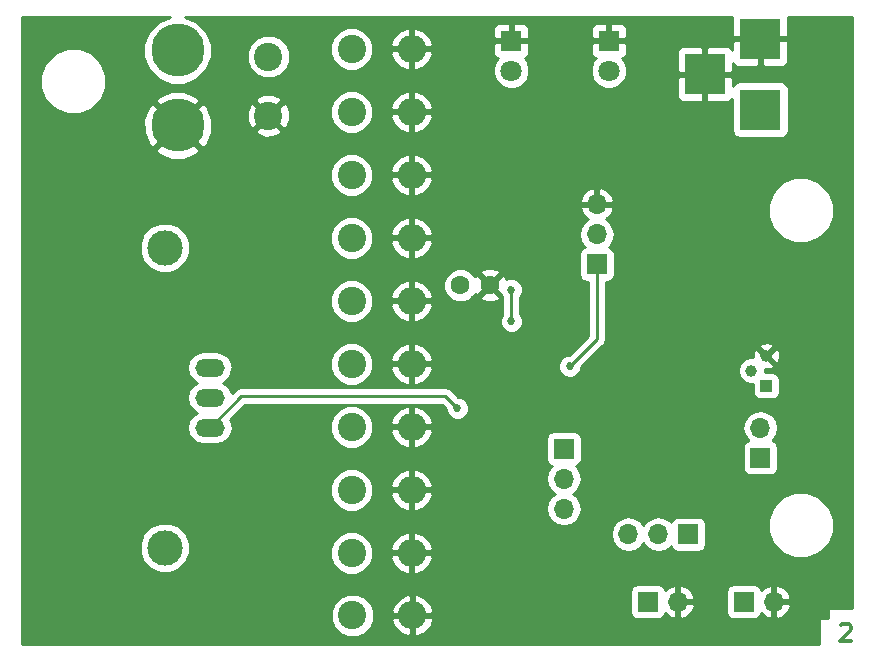
<source format=gbr>
G04 #@! TF.FileFunction,Copper,L2,Bot,Signal*
%FSLAX46Y46*%
G04 Gerber Fmt 4.6, Leading zero omitted, Abs format (unit mm)*
G04 Created by KiCad (PCBNEW 4.0.1-stable) date 10/30/2017 21:56:45*
%MOMM*%
G01*
G04 APERTURE LIST*
%ADD10C,0.100000*%
%ADD11C,0.300000*%
%ADD12R,1.700000X1.700000*%
%ADD13O,1.700000X1.700000*%
%ADD14C,1.000000*%
%ADD15R,1.000000X1.000000*%
%ADD16O,2.499360X1.501140*%
%ADD17C,3.000000*%
%ADD18R,1.800000X1.800000*%
%ADD19C,1.800000*%
%ADD20C,2.400000*%
%ADD21O,2.400000X2.400000*%
%ADD22C,1.600000*%
%ADD23R,3.500000X3.500000*%
%ADD24C,4.500880*%
%ADD25C,0.685800*%
%ADD26C,0.254000*%
G04 APERTURE END LIST*
D10*
D11*
X169116429Y-112605429D02*
X169187858Y-112534000D01*
X169330715Y-112462571D01*
X169687858Y-112462571D01*
X169830715Y-112534000D01*
X169902144Y-112605429D01*
X169973572Y-112748286D01*
X169973572Y-112891143D01*
X169902144Y-113105429D01*
X169045001Y-113962571D01*
X169973572Y-113962571D01*
D12*
X160909000Y-110617000D03*
D13*
X163449000Y-110617000D03*
D12*
X162306000Y-98425000D03*
D13*
X162306000Y-95885000D03*
D14*
X161544000Y-91059000D03*
X162814000Y-89789000D03*
D15*
X162814000Y-92329000D03*
D16*
X115697000Y-93345000D03*
X115697000Y-95885000D03*
X115697000Y-90805000D03*
D17*
X111887000Y-80645000D03*
X111887000Y-106045000D03*
D18*
X149479000Y-63119000D03*
D19*
X149479000Y-65659000D03*
D18*
X141224000Y-63119000D03*
D19*
X141224000Y-65659000D03*
D20*
X127762000Y-111760000D03*
D21*
X132842000Y-111760000D03*
D20*
X127698500Y-106489500D03*
D21*
X132778500Y-106489500D03*
D20*
X127698500Y-101155500D03*
D21*
X132778500Y-101155500D03*
D20*
X127698500Y-95821500D03*
D21*
X132778500Y-95821500D03*
D20*
X127698500Y-90487500D03*
D21*
X132778500Y-90487500D03*
D20*
X127698500Y-85153500D03*
D21*
X132778500Y-85153500D03*
D20*
X127698500Y-79819500D03*
D21*
X132778500Y-79819500D03*
D20*
X127698500Y-74485500D03*
D21*
X132778500Y-74485500D03*
D20*
X127698500Y-69151500D03*
D21*
X132778500Y-69151500D03*
D20*
X127698500Y-63817500D03*
D21*
X132778500Y-63817500D03*
D12*
X148463000Y-82042000D03*
D13*
X148463000Y-79502000D03*
X148463000Y-76962000D03*
D12*
X145669000Y-97663000D03*
D13*
X145669000Y-100203000D03*
X145669000Y-102743000D03*
D12*
X156210000Y-104902000D03*
D13*
X153670000Y-104902000D03*
X151130000Y-104902000D03*
D22*
X136906000Y-83820000D03*
X139406000Y-83820000D03*
D20*
X120650000Y-69469000D03*
X120650000Y-64469000D03*
D23*
X162306000Y-68961000D03*
X162306000Y-62961000D03*
X157606000Y-65961000D03*
D12*
X152781000Y-110617000D03*
D13*
X155321000Y-110617000D03*
D24*
X112966500Y-63944500D03*
X112966500Y-70294500D03*
D25*
X163068000Y-84836000D03*
X162687000Y-88011000D03*
X158750000Y-80137000D03*
X156845000Y-72771000D03*
X153543000Y-93091000D03*
X136652000Y-100330000D03*
X135255000Y-91440000D03*
X140970000Y-79375000D03*
X146177000Y-94361000D03*
X157226000Y-97409000D03*
X145161000Y-108712000D03*
X141224000Y-84201000D03*
X141224000Y-86868000D03*
X136652000Y-94234000D03*
X146177000Y-90678000D03*
D26*
X141224000Y-86868000D02*
X141224000Y-84201000D01*
X118364000Y-93218000D02*
X115697000Y-95885000D01*
X135636000Y-93218000D02*
X118364000Y-93218000D01*
X136652000Y-94234000D02*
X135636000Y-93218000D01*
X148463000Y-82042000D02*
X148463000Y-88392000D01*
X148463000Y-88392000D02*
X146177000Y-90678000D01*
G36*
X111334165Y-61496917D02*
X110521769Y-62307896D01*
X110081562Y-63368033D01*
X110080560Y-64515931D01*
X110518917Y-65576835D01*
X111329896Y-66389231D01*
X112390033Y-66829438D01*
X113537931Y-66830440D01*
X114598835Y-66392083D01*
X115411231Y-65581104D01*
X115722118Y-64832403D01*
X118814682Y-64832403D01*
X119093455Y-65507086D01*
X119609199Y-66023730D01*
X120283395Y-66303681D01*
X121013403Y-66304318D01*
X121688086Y-66025545D01*
X121750749Y-65962991D01*
X139688735Y-65962991D01*
X139921932Y-66527371D01*
X140353357Y-66959551D01*
X140917330Y-67193733D01*
X141527991Y-67194265D01*
X142092371Y-66961068D01*
X142524551Y-66529643D01*
X142758733Y-65965670D01*
X142758735Y-65962991D01*
X147943735Y-65962991D01*
X148176932Y-66527371D01*
X148608357Y-66959551D01*
X149172330Y-67193733D01*
X149782991Y-67194265D01*
X150347371Y-66961068D01*
X150779551Y-66529643D01*
X150897018Y-66246750D01*
X155221000Y-66246750D01*
X155221000Y-67837309D01*
X155317673Y-68070698D01*
X155496301Y-68249327D01*
X155729690Y-68346000D01*
X157320250Y-68346000D01*
X157479000Y-68187250D01*
X157479000Y-66088000D01*
X157733000Y-66088000D01*
X157733000Y-68187250D01*
X157891750Y-68346000D01*
X159482310Y-68346000D01*
X159715699Y-68249327D01*
X159894327Y-68070698D01*
X159908560Y-68036337D01*
X159908560Y-70711000D01*
X159952838Y-70946317D01*
X160091910Y-71162441D01*
X160304110Y-71307431D01*
X160556000Y-71358440D01*
X164056000Y-71358440D01*
X164291317Y-71314162D01*
X164507441Y-71175090D01*
X164652431Y-70962890D01*
X164703440Y-70711000D01*
X164703440Y-67211000D01*
X164659162Y-66975683D01*
X164520090Y-66759559D01*
X164307890Y-66614569D01*
X164056000Y-66563560D01*
X160556000Y-66563560D01*
X160320683Y-66607838D01*
X160104559Y-66746910D01*
X159991000Y-66913109D01*
X159991000Y-66246750D01*
X159832250Y-66088000D01*
X157733000Y-66088000D01*
X157479000Y-66088000D01*
X155379750Y-66088000D01*
X155221000Y-66246750D01*
X150897018Y-66246750D01*
X151013733Y-65965670D01*
X151014265Y-65355009D01*
X150781068Y-64790629D01*
X150603908Y-64613159D01*
X150738699Y-64557327D01*
X150917327Y-64378698D01*
X151014000Y-64145309D01*
X151014000Y-64084691D01*
X155221000Y-64084691D01*
X155221000Y-65675250D01*
X155379750Y-65834000D01*
X157479000Y-65834000D01*
X157479000Y-63734750D01*
X157733000Y-63734750D01*
X157733000Y-65834000D01*
X159832250Y-65834000D01*
X159991000Y-65675250D01*
X159991000Y-65006304D01*
X160017673Y-65070698D01*
X160196301Y-65249327D01*
X160429690Y-65346000D01*
X162020250Y-65346000D01*
X162179000Y-65187250D01*
X162179000Y-63088000D01*
X162433000Y-63088000D01*
X162433000Y-65187250D01*
X162591750Y-65346000D01*
X164182310Y-65346000D01*
X164415699Y-65249327D01*
X164594327Y-65070698D01*
X164691000Y-64837309D01*
X164691000Y-63246750D01*
X164532250Y-63088000D01*
X162433000Y-63088000D01*
X162179000Y-63088000D01*
X160079750Y-63088000D01*
X159921000Y-63246750D01*
X159921000Y-63915696D01*
X159894327Y-63851302D01*
X159715699Y-63672673D01*
X159482310Y-63576000D01*
X157891750Y-63576000D01*
X157733000Y-63734750D01*
X157479000Y-63734750D01*
X157320250Y-63576000D01*
X155729690Y-63576000D01*
X155496301Y-63672673D01*
X155317673Y-63851302D01*
X155221000Y-64084691D01*
X151014000Y-64084691D01*
X151014000Y-63404750D01*
X150855250Y-63246000D01*
X149606000Y-63246000D01*
X149606000Y-63266000D01*
X149352000Y-63266000D01*
X149352000Y-63246000D01*
X148102750Y-63246000D01*
X147944000Y-63404750D01*
X147944000Y-64145309D01*
X148040673Y-64378698D01*
X148219301Y-64557327D01*
X148353994Y-64613119D01*
X148178449Y-64788357D01*
X147944267Y-65352330D01*
X147943735Y-65962991D01*
X142758735Y-65962991D01*
X142759265Y-65355009D01*
X142526068Y-64790629D01*
X142348908Y-64613159D01*
X142483699Y-64557327D01*
X142662327Y-64378698D01*
X142759000Y-64145309D01*
X142759000Y-63404750D01*
X142600250Y-63246000D01*
X141351000Y-63246000D01*
X141351000Y-63266000D01*
X141097000Y-63266000D01*
X141097000Y-63246000D01*
X139847750Y-63246000D01*
X139689000Y-63404750D01*
X139689000Y-64145309D01*
X139785673Y-64378698D01*
X139964301Y-64557327D01*
X140098994Y-64613119D01*
X139923449Y-64788357D01*
X139689267Y-65352330D01*
X139688735Y-65962991D01*
X121750749Y-65962991D01*
X122204730Y-65509801D01*
X122484681Y-64835605D01*
X122485252Y-64180903D01*
X125863182Y-64180903D01*
X126141955Y-64855586D01*
X126657699Y-65372230D01*
X127331895Y-65652181D01*
X128061903Y-65652818D01*
X128736586Y-65374045D01*
X129253230Y-64858301D01*
X129514412Y-64229305D01*
X130990305Y-64229305D01*
X131222858Y-64790758D01*
X131713724Y-65311992D01*
X132366693Y-65605703D01*
X132651500Y-65489358D01*
X132651500Y-63944500D01*
X132905500Y-63944500D01*
X132905500Y-65489358D01*
X133190307Y-65605703D01*
X133843276Y-65311992D01*
X134334142Y-64790758D01*
X134566695Y-64229305D01*
X134449932Y-63944500D01*
X132905500Y-63944500D01*
X132651500Y-63944500D01*
X131107068Y-63944500D01*
X130990305Y-64229305D01*
X129514412Y-64229305D01*
X129533181Y-64184105D01*
X129533818Y-63454097D01*
X129513819Y-63405695D01*
X130990305Y-63405695D01*
X131107068Y-63690500D01*
X132651500Y-63690500D01*
X132651500Y-62145642D01*
X132905500Y-62145642D01*
X132905500Y-63690500D01*
X134449932Y-63690500D01*
X134566695Y-63405695D01*
X134334142Y-62844242D01*
X133843276Y-62323008D01*
X133331243Y-62092691D01*
X139689000Y-62092691D01*
X139689000Y-62833250D01*
X139847750Y-62992000D01*
X141097000Y-62992000D01*
X141097000Y-61742750D01*
X141351000Y-61742750D01*
X141351000Y-62992000D01*
X142600250Y-62992000D01*
X142759000Y-62833250D01*
X142759000Y-62092691D01*
X147944000Y-62092691D01*
X147944000Y-62833250D01*
X148102750Y-62992000D01*
X149352000Y-62992000D01*
X149352000Y-61742750D01*
X149606000Y-61742750D01*
X149606000Y-62992000D01*
X150855250Y-62992000D01*
X151014000Y-62833250D01*
X151014000Y-62092691D01*
X150917327Y-61859302D01*
X150738699Y-61680673D01*
X150505310Y-61584000D01*
X149764750Y-61584000D01*
X149606000Y-61742750D01*
X149352000Y-61742750D01*
X149193250Y-61584000D01*
X148452690Y-61584000D01*
X148219301Y-61680673D01*
X148040673Y-61859302D01*
X147944000Y-62092691D01*
X142759000Y-62092691D01*
X142662327Y-61859302D01*
X142483699Y-61680673D01*
X142250310Y-61584000D01*
X141509750Y-61584000D01*
X141351000Y-61742750D01*
X141097000Y-61742750D01*
X140938250Y-61584000D01*
X140197690Y-61584000D01*
X139964301Y-61680673D01*
X139785673Y-61859302D01*
X139689000Y-62092691D01*
X133331243Y-62092691D01*
X133190307Y-62029297D01*
X132905500Y-62145642D01*
X132651500Y-62145642D01*
X132366693Y-62029297D01*
X131713724Y-62323008D01*
X131222858Y-62844242D01*
X130990305Y-63405695D01*
X129513819Y-63405695D01*
X129255045Y-62779414D01*
X128739301Y-62262770D01*
X128065105Y-61982819D01*
X127335097Y-61982182D01*
X126660414Y-62260955D01*
X126143770Y-62776699D01*
X125863819Y-63450895D01*
X125863182Y-64180903D01*
X122485252Y-64180903D01*
X122485318Y-64105597D01*
X122206545Y-63430914D01*
X121690801Y-62914270D01*
X121016605Y-62634319D01*
X120286597Y-62633682D01*
X119611914Y-62912455D01*
X119095270Y-63428199D01*
X118815319Y-64102395D01*
X118814682Y-64832403D01*
X115722118Y-64832403D01*
X115851438Y-64520967D01*
X115852440Y-63373069D01*
X115414083Y-62312165D01*
X114603104Y-61499769D01*
X113609045Y-61087000D01*
X159921000Y-61087000D01*
X159921000Y-62675250D01*
X160079750Y-62834000D01*
X162179000Y-62834000D01*
X162179000Y-62814000D01*
X162433000Y-62814000D01*
X162433000Y-62834000D01*
X164532250Y-62834000D01*
X164691000Y-62675250D01*
X164691000Y-61087000D01*
X170053000Y-61087000D01*
X170053000Y-111149000D01*
X168045715Y-111149000D01*
X168045715Y-112014000D01*
X167386000Y-112014000D01*
X167336590Y-112024006D01*
X167294965Y-112052447D01*
X167267685Y-112094841D01*
X167259000Y-112141000D01*
X167259000Y-114173000D01*
X99822000Y-114173000D01*
X99822000Y-112123403D01*
X125926682Y-112123403D01*
X126205455Y-112798086D01*
X126721199Y-113314730D01*
X127395395Y-113594681D01*
X128125403Y-113595318D01*
X128800086Y-113316545D01*
X129316730Y-112800801D01*
X129577912Y-112171805D01*
X131053805Y-112171805D01*
X131286358Y-112733258D01*
X131777224Y-113254492D01*
X132430193Y-113548203D01*
X132715000Y-113431858D01*
X132715000Y-111887000D01*
X132969000Y-111887000D01*
X132969000Y-113431858D01*
X133253807Y-113548203D01*
X133906776Y-113254492D01*
X134397642Y-112733258D01*
X134630195Y-112171805D01*
X134513432Y-111887000D01*
X132969000Y-111887000D01*
X132715000Y-111887000D01*
X131170568Y-111887000D01*
X131053805Y-112171805D01*
X129577912Y-112171805D01*
X129596681Y-112126605D01*
X129597318Y-111396597D01*
X129577319Y-111348195D01*
X131053805Y-111348195D01*
X131170568Y-111633000D01*
X132715000Y-111633000D01*
X132715000Y-110088142D01*
X132969000Y-110088142D01*
X132969000Y-111633000D01*
X134513432Y-111633000D01*
X134630195Y-111348195D01*
X134397642Y-110786742D01*
X133906776Y-110265508D01*
X133253807Y-109971797D01*
X132969000Y-110088142D01*
X132715000Y-110088142D01*
X132430193Y-109971797D01*
X131777224Y-110265508D01*
X131286358Y-110786742D01*
X131053805Y-111348195D01*
X129577319Y-111348195D01*
X129318545Y-110721914D01*
X128802801Y-110205270D01*
X128128605Y-109925319D01*
X127398597Y-109924682D01*
X126723914Y-110203455D01*
X126207270Y-110719199D01*
X125927319Y-111393395D01*
X125926682Y-112123403D01*
X99822000Y-112123403D01*
X99822000Y-109767000D01*
X151283560Y-109767000D01*
X151283560Y-111467000D01*
X151327838Y-111702317D01*
X151466910Y-111918441D01*
X151679110Y-112063431D01*
X151931000Y-112114440D01*
X153631000Y-112114440D01*
X153866317Y-112070162D01*
X154082441Y-111931090D01*
X154227431Y-111718890D01*
X154249301Y-111610893D01*
X154554076Y-111888645D01*
X154964110Y-112058476D01*
X155194000Y-111937155D01*
X155194000Y-110744000D01*
X155448000Y-110744000D01*
X155448000Y-111937155D01*
X155677890Y-112058476D01*
X156087924Y-111888645D01*
X156516183Y-111498358D01*
X156762486Y-110973892D01*
X156641819Y-110744000D01*
X155448000Y-110744000D01*
X155194000Y-110744000D01*
X155174000Y-110744000D01*
X155174000Y-110490000D01*
X155194000Y-110490000D01*
X155194000Y-109296845D01*
X155448000Y-109296845D01*
X155448000Y-110490000D01*
X156641819Y-110490000D01*
X156762486Y-110260108D01*
X156530910Y-109767000D01*
X159411560Y-109767000D01*
X159411560Y-111467000D01*
X159455838Y-111702317D01*
X159594910Y-111918441D01*
X159807110Y-112063431D01*
X160059000Y-112114440D01*
X161759000Y-112114440D01*
X161994317Y-112070162D01*
X162210441Y-111931090D01*
X162355431Y-111718890D01*
X162377301Y-111610893D01*
X162682076Y-111888645D01*
X163092110Y-112058476D01*
X163322000Y-111937155D01*
X163322000Y-110744000D01*
X163576000Y-110744000D01*
X163576000Y-111937155D01*
X163805890Y-112058476D01*
X164215924Y-111888645D01*
X164644183Y-111498358D01*
X164890486Y-110973892D01*
X164769819Y-110744000D01*
X163576000Y-110744000D01*
X163322000Y-110744000D01*
X163302000Y-110744000D01*
X163302000Y-110490000D01*
X163322000Y-110490000D01*
X163322000Y-109296845D01*
X163576000Y-109296845D01*
X163576000Y-110490000D01*
X164769819Y-110490000D01*
X164890486Y-110260108D01*
X164644183Y-109735642D01*
X164215924Y-109345355D01*
X163805890Y-109175524D01*
X163576000Y-109296845D01*
X163322000Y-109296845D01*
X163092110Y-109175524D01*
X162682076Y-109345355D01*
X162379063Y-109621501D01*
X162362162Y-109531683D01*
X162223090Y-109315559D01*
X162010890Y-109170569D01*
X161759000Y-109119560D01*
X160059000Y-109119560D01*
X159823683Y-109163838D01*
X159607559Y-109302910D01*
X159462569Y-109515110D01*
X159411560Y-109767000D01*
X156530910Y-109767000D01*
X156516183Y-109735642D01*
X156087924Y-109345355D01*
X155677890Y-109175524D01*
X155448000Y-109296845D01*
X155194000Y-109296845D01*
X154964110Y-109175524D01*
X154554076Y-109345355D01*
X154251063Y-109621501D01*
X154234162Y-109531683D01*
X154095090Y-109315559D01*
X153882890Y-109170569D01*
X153631000Y-109119560D01*
X151931000Y-109119560D01*
X151695683Y-109163838D01*
X151479559Y-109302910D01*
X151334569Y-109515110D01*
X151283560Y-109767000D01*
X99822000Y-109767000D01*
X99822000Y-106467815D01*
X109751630Y-106467815D01*
X110075980Y-107252800D01*
X110676041Y-107853909D01*
X111460459Y-108179628D01*
X112309815Y-108180370D01*
X113094800Y-107856020D01*
X113695909Y-107255959D01*
X113863272Y-106852903D01*
X125863182Y-106852903D01*
X126141955Y-107527586D01*
X126657699Y-108044230D01*
X127331895Y-108324181D01*
X128061903Y-108324818D01*
X128736586Y-108046045D01*
X129253230Y-107530301D01*
X129514412Y-106901305D01*
X130990305Y-106901305D01*
X131222858Y-107462758D01*
X131713724Y-107983992D01*
X132366693Y-108277703D01*
X132651500Y-108161358D01*
X132651500Y-106616500D01*
X132905500Y-106616500D01*
X132905500Y-108161358D01*
X133190307Y-108277703D01*
X133843276Y-107983992D01*
X134334142Y-107462758D01*
X134566695Y-106901305D01*
X134449932Y-106616500D01*
X132905500Y-106616500D01*
X132651500Y-106616500D01*
X131107068Y-106616500D01*
X130990305Y-106901305D01*
X129514412Y-106901305D01*
X129533181Y-106856105D01*
X129533818Y-106126097D01*
X129513819Y-106077695D01*
X130990305Y-106077695D01*
X131107068Y-106362500D01*
X132651500Y-106362500D01*
X132651500Y-104817642D01*
X132905500Y-104817642D01*
X132905500Y-106362500D01*
X134449932Y-106362500D01*
X134566695Y-106077695D01*
X134334142Y-105516242D01*
X133843276Y-104995008D01*
X133571825Y-104872907D01*
X149645000Y-104872907D01*
X149645000Y-104931093D01*
X149758039Y-105499378D01*
X150079946Y-105981147D01*
X150561715Y-106303054D01*
X151130000Y-106416093D01*
X151698285Y-106303054D01*
X152180054Y-105981147D01*
X152400000Y-105651974D01*
X152619946Y-105981147D01*
X153101715Y-106303054D01*
X153670000Y-106416093D01*
X154238285Y-106303054D01*
X154720054Y-105981147D01*
X154747850Y-105939548D01*
X154756838Y-105987317D01*
X154895910Y-106203441D01*
X155108110Y-106348431D01*
X155360000Y-106399440D01*
X157060000Y-106399440D01*
X157295317Y-106355162D01*
X157511441Y-106216090D01*
X157656431Y-106003890D01*
X157707440Y-105752000D01*
X157707440Y-104691540D01*
X162949518Y-104691540D01*
X163372616Y-105715515D01*
X164155365Y-106499631D01*
X165178599Y-106924515D01*
X166286540Y-106925482D01*
X167310515Y-106502384D01*
X168094631Y-105719635D01*
X168519515Y-104696401D01*
X168520482Y-103588460D01*
X168097384Y-102564485D01*
X167314635Y-101780369D01*
X166291401Y-101355485D01*
X165183460Y-101354518D01*
X164159485Y-101777616D01*
X163375369Y-102560365D01*
X162950485Y-103583599D01*
X162949518Y-104691540D01*
X157707440Y-104691540D01*
X157707440Y-104052000D01*
X157663162Y-103816683D01*
X157524090Y-103600559D01*
X157311890Y-103455569D01*
X157060000Y-103404560D01*
X155360000Y-103404560D01*
X155124683Y-103448838D01*
X154908559Y-103587910D01*
X154763569Y-103800110D01*
X154749914Y-103867541D01*
X154720054Y-103822853D01*
X154238285Y-103500946D01*
X153670000Y-103387907D01*
X153101715Y-103500946D01*
X152619946Y-103822853D01*
X152400000Y-104152026D01*
X152180054Y-103822853D01*
X151698285Y-103500946D01*
X151130000Y-103387907D01*
X150561715Y-103500946D01*
X150079946Y-103822853D01*
X149758039Y-104304622D01*
X149645000Y-104872907D01*
X133571825Y-104872907D01*
X133190307Y-104701297D01*
X132905500Y-104817642D01*
X132651500Y-104817642D01*
X132366693Y-104701297D01*
X131713724Y-104995008D01*
X131222858Y-105516242D01*
X130990305Y-106077695D01*
X129513819Y-106077695D01*
X129255045Y-105451414D01*
X128739301Y-104934770D01*
X128065105Y-104654819D01*
X127335097Y-104654182D01*
X126660414Y-104932955D01*
X126143770Y-105448699D01*
X125863819Y-106122895D01*
X125863182Y-106852903D01*
X113863272Y-106852903D01*
X114021628Y-106471541D01*
X114022370Y-105622185D01*
X113698020Y-104837200D01*
X113097959Y-104236091D01*
X112313541Y-103910372D01*
X111464185Y-103909630D01*
X110679200Y-104233980D01*
X110078091Y-104834041D01*
X109752372Y-105618459D01*
X109751630Y-106467815D01*
X99822000Y-106467815D01*
X99822000Y-101518903D01*
X125863182Y-101518903D01*
X126141955Y-102193586D01*
X126657699Y-102710230D01*
X127331895Y-102990181D01*
X128061903Y-102990818D01*
X128736586Y-102712045D01*
X129253230Y-102196301D01*
X129514412Y-101567305D01*
X130990305Y-101567305D01*
X131222858Y-102128758D01*
X131713724Y-102649992D01*
X132366693Y-102943703D01*
X132651500Y-102827358D01*
X132651500Y-101282500D01*
X132905500Y-101282500D01*
X132905500Y-102827358D01*
X133190307Y-102943703D01*
X133843276Y-102649992D01*
X134334142Y-102128758D01*
X134566695Y-101567305D01*
X134449932Y-101282500D01*
X132905500Y-101282500D01*
X132651500Y-101282500D01*
X131107068Y-101282500D01*
X130990305Y-101567305D01*
X129514412Y-101567305D01*
X129533181Y-101522105D01*
X129533818Y-100792097D01*
X129513819Y-100743695D01*
X130990305Y-100743695D01*
X131107068Y-101028500D01*
X132651500Y-101028500D01*
X132651500Y-99483642D01*
X132905500Y-99483642D01*
X132905500Y-101028500D01*
X134449932Y-101028500D01*
X134566695Y-100743695D01*
X134342740Y-100203000D01*
X144154907Y-100203000D01*
X144267946Y-100771285D01*
X144589853Y-101253054D01*
X144919026Y-101473000D01*
X144589853Y-101692946D01*
X144267946Y-102174715D01*
X144154907Y-102743000D01*
X144267946Y-103311285D01*
X144589853Y-103793054D01*
X145071622Y-104114961D01*
X145639907Y-104228000D01*
X145698093Y-104228000D01*
X146266378Y-104114961D01*
X146748147Y-103793054D01*
X147070054Y-103311285D01*
X147183093Y-102743000D01*
X147070054Y-102174715D01*
X146748147Y-101692946D01*
X146418974Y-101473000D01*
X146748147Y-101253054D01*
X147070054Y-100771285D01*
X147183093Y-100203000D01*
X147070054Y-99634715D01*
X146748147Y-99152946D01*
X146706548Y-99125150D01*
X146754317Y-99116162D01*
X146970441Y-98977090D01*
X147115431Y-98764890D01*
X147166440Y-98513000D01*
X147166440Y-96813000D01*
X147122162Y-96577683D01*
X146983090Y-96361559D01*
X146770890Y-96216569D01*
X146519000Y-96165560D01*
X144819000Y-96165560D01*
X144583683Y-96209838D01*
X144367559Y-96348910D01*
X144222569Y-96561110D01*
X144171560Y-96813000D01*
X144171560Y-98513000D01*
X144215838Y-98748317D01*
X144354910Y-98964441D01*
X144567110Y-99109431D01*
X144634541Y-99123086D01*
X144589853Y-99152946D01*
X144267946Y-99634715D01*
X144154907Y-100203000D01*
X134342740Y-100203000D01*
X134334142Y-100182242D01*
X133843276Y-99661008D01*
X133190307Y-99367297D01*
X132905500Y-99483642D01*
X132651500Y-99483642D01*
X132366693Y-99367297D01*
X131713724Y-99661008D01*
X131222858Y-100182242D01*
X130990305Y-100743695D01*
X129513819Y-100743695D01*
X129255045Y-100117414D01*
X128739301Y-99600770D01*
X128065105Y-99320819D01*
X127335097Y-99320182D01*
X126660414Y-99598955D01*
X126143770Y-100114699D01*
X125863819Y-100788895D01*
X125863182Y-101518903D01*
X99822000Y-101518903D01*
X99822000Y-90805000D01*
X113775397Y-90805000D01*
X113880867Y-91335235D01*
X114181221Y-91784746D01*
X114615616Y-92075000D01*
X114181221Y-92365254D01*
X113880867Y-92814765D01*
X113775397Y-93345000D01*
X113880867Y-93875235D01*
X114181221Y-94324746D01*
X114615616Y-94615000D01*
X114181221Y-94905254D01*
X113880867Y-95354765D01*
X113775397Y-95885000D01*
X113880867Y-96415235D01*
X114181221Y-96864746D01*
X114630732Y-97165100D01*
X115160967Y-97270570D01*
X116233033Y-97270570D01*
X116763268Y-97165100D01*
X117212779Y-96864746D01*
X117513133Y-96415235D01*
X117558948Y-96184903D01*
X125863182Y-96184903D01*
X126141955Y-96859586D01*
X126657699Y-97376230D01*
X127331895Y-97656181D01*
X128061903Y-97656818D01*
X128736586Y-97378045D01*
X129253230Y-96862301D01*
X129514412Y-96233305D01*
X130990305Y-96233305D01*
X131222858Y-96794758D01*
X131713724Y-97315992D01*
X132366693Y-97609703D01*
X132651500Y-97493358D01*
X132651500Y-95948500D01*
X132905500Y-95948500D01*
X132905500Y-97493358D01*
X133190307Y-97609703D01*
X133843276Y-97315992D01*
X134334142Y-96794758D01*
X134566695Y-96233305D01*
X134449932Y-95948500D01*
X132905500Y-95948500D01*
X132651500Y-95948500D01*
X131107068Y-95948500D01*
X130990305Y-96233305D01*
X129514412Y-96233305D01*
X129533181Y-96188105D01*
X129533445Y-95885000D01*
X160791907Y-95885000D01*
X160904946Y-96453285D01*
X161226853Y-96935054D01*
X161268452Y-96962850D01*
X161220683Y-96971838D01*
X161004559Y-97110910D01*
X160859569Y-97323110D01*
X160808560Y-97575000D01*
X160808560Y-99275000D01*
X160852838Y-99510317D01*
X160991910Y-99726441D01*
X161204110Y-99871431D01*
X161456000Y-99922440D01*
X163156000Y-99922440D01*
X163391317Y-99878162D01*
X163607441Y-99739090D01*
X163752431Y-99526890D01*
X163803440Y-99275000D01*
X163803440Y-97575000D01*
X163759162Y-97339683D01*
X163620090Y-97123559D01*
X163407890Y-96978569D01*
X163340459Y-96964914D01*
X163385147Y-96935054D01*
X163707054Y-96453285D01*
X163820093Y-95885000D01*
X163707054Y-95316715D01*
X163385147Y-94834946D01*
X162903378Y-94513039D01*
X162335093Y-94400000D01*
X162276907Y-94400000D01*
X161708622Y-94513039D01*
X161226853Y-94834946D01*
X160904946Y-95316715D01*
X160791907Y-95885000D01*
X129533445Y-95885000D01*
X129533818Y-95458097D01*
X129513819Y-95409695D01*
X130990305Y-95409695D01*
X131107068Y-95694500D01*
X132651500Y-95694500D01*
X132651500Y-94149642D01*
X132905500Y-94149642D01*
X132905500Y-95694500D01*
X134449932Y-95694500D01*
X134566695Y-95409695D01*
X134334142Y-94848242D01*
X133843276Y-94327008D01*
X133190307Y-94033297D01*
X132905500Y-94149642D01*
X132651500Y-94149642D01*
X132366693Y-94033297D01*
X131713724Y-94327008D01*
X131222858Y-94848242D01*
X130990305Y-95409695D01*
X129513819Y-95409695D01*
X129255045Y-94783414D01*
X128739301Y-94266770D01*
X128065105Y-93986819D01*
X127335097Y-93986182D01*
X126660414Y-94264955D01*
X126143770Y-94780699D01*
X125863819Y-95454895D01*
X125863182Y-96184903D01*
X117558948Y-96184903D01*
X117618603Y-95885000D01*
X117513133Y-95354765D01*
X117429713Y-95229918D01*
X118679631Y-93980000D01*
X135320370Y-93980000D01*
X135674013Y-94333643D01*
X135673931Y-94427663D01*
X135822493Y-94787212D01*
X136097341Y-95062540D01*
X136456630Y-95211730D01*
X136845663Y-95212069D01*
X137205212Y-95063507D01*
X137480540Y-94788659D01*
X137629730Y-94429370D01*
X137630069Y-94040337D01*
X137481507Y-93680788D01*
X137206659Y-93405460D01*
X136847370Y-93256270D01*
X136751817Y-93256187D01*
X136174814Y-92679184D01*
X135927605Y-92514004D01*
X135636000Y-92456000D01*
X118364000Y-92456000D01*
X118072396Y-92514003D01*
X117825185Y-92679184D01*
X117542411Y-92961958D01*
X117513133Y-92814765D01*
X117212779Y-92365254D01*
X116778384Y-92075000D01*
X117212779Y-91784746D01*
X117513133Y-91335235D01*
X117609472Y-90850903D01*
X125863182Y-90850903D01*
X126141955Y-91525586D01*
X126657699Y-92042230D01*
X127331895Y-92322181D01*
X128061903Y-92322818D01*
X128736586Y-92044045D01*
X129253230Y-91528301D01*
X129514412Y-90899305D01*
X130990305Y-90899305D01*
X131222858Y-91460758D01*
X131713724Y-91981992D01*
X132366693Y-92275703D01*
X132651500Y-92159358D01*
X132651500Y-90614500D01*
X132905500Y-90614500D01*
X132905500Y-92159358D01*
X133190307Y-92275703D01*
X133843276Y-91981992D01*
X134334142Y-91460758D01*
X134566695Y-90899305D01*
X134555363Y-90871663D01*
X145198931Y-90871663D01*
X145347493Y-91231212D01*
X145622341Y-91506540D01*
X145981630Y-91655730D01*
X146370663Y-91656069D01*
X146730212Y-91507507D01*
X146954334Y-91283775D01*
X160408803Y-91283775D01*
X160581233Y-91701086D01*
X160900235Y-92020645D01*
X161317244Y-92193803D01*
X161666560Y-92194108D01*
X161666560Y-92829000D01*
X161710838Y-93064317D01*
X161849910Y-93280441D01*
X162062110Y-93425431D01*
X162314000Y-93476440D01*
X163314000Y-93476440D01*
X163549317Y-93432162D01*
X163765441Y-93293090D01*
X163910431Y-93080890D01*
X163961440Y-92829000D01*
X163961440Y-91829000D01*
X163917162Y-91593683D01*
X163778090Y-91377559D01*
X163565890Y-91232569D01*
X163314000Y-91181560D01*
X162678894Y-91181560D01*
X162679108Y-90936394D01*
X163119375Y-90905217D01*
X163387352Y-90794217D01*
X163424499Y-90579104D01*
X162814000Y-89968605D01*
X162799858Y-89982748D01*
X162620253Y-89803143D01*
X162634395Y-89789000D01*
X162993605Y-89789000D01*
X163604104Y-90399499D01*
X163819217Y-90362352D01*
X163962112Y-89934028D01*
X163930217Y-89483625D01*
X163819217Y-89215648D01*
X163604104Y-89178501D01*
X162993605Y-89789000D01*
X162634395Y-89789000D01*
X162023896Y-89178501D01*
X161808783Y-89215648D01*
X161665888Y-89643972D01*
X161685727Y-89924123D01*
X161319225Y-89923803D01*
X160901914Y-90096233D01*
X160582355Y-90415235D01*
X160409197Y-90832244D01*
X160408803Y-91283775D01*
X146954334Y-91283775D01*
X147005540Y-91232659D01*
X147154730Y-90873370D01*
X147154813Y-90777817D01*
X148933734Y-88998896D01*
X162203501Y-88998896D01*
X162814000Y-89609395D01*
X163424499Y-88998896D01*
X163387352Y-88783783D01*
X162959028Y-88640888D01*
X162508625Y-88672783D01*
X162240648Y-88783783D01*
X162203501Y-88998896D01*
X148933734Y-88998896D01*
X149001815Y-88930816D01*
X149166996Y-88683605D01*
X149175493Y-88640888D01*
X149225000Y-88392000D01*
X149225000Y-83539440D01*
X149313000Y-83539440D01*
X149548317Y-83495162D01*
X149764441Y-83356090D01*
X149909431Y-83143890D01*
X149960440Y-82892000D01*
X149960440Y-81192000D01*
X149916162Y-80956683D01*
X149777090Y-80740559D01*
X149564890Y-80595569D01*
X149497459Y-80581914D01*
X149542147Y-80552054D01*
X149864054Y-80070285D01*
X149977093Y-79502000D01*
X149864054Y-78933715D01*
X149542147Y-78451946D01*
X149201447Y-78224298D01*
X149344358Y-78157183D01*
X149467974Y-78021540D01*
X162949518Y-78021540D01*
X163372616Y-79045515D01*
X164155365Y-79829631D01*
X165178599Y-80254515D01*
X166286540Y-80255482D01*
X167310515Y-79832384D01*
X168094631Y-79049635D01*
X168519515Y-78026401D01*
X168520482Y-76918460D01*
X168097384Y-75894485D01*
X167314635Y-75110369D01*
X166291401Y-74685485D01*
X165183460Y-74684518D01*
X164159485Y-75107616D01*
X163375369Y-75890365D01*
X162950485Y-76913599D01*
X162949518Y-78021540D01*
X149467974Y-78021540D01*
X149734645Y-77728924D01*
X149904476Y-77318890D01*
X149783155Y-77089000D01*
X148590000Y-77089000D01*
X148590000Y-77109000D01*
X148336000Y-77109000D01*
X148336000Y-77089000D01*
X147142845Y-77089000D01*
X147021524Y-77318890D01*
X147191355Y-77728924D01*
X147581642Y-78157183D01*
X147724553Y-78224298D01*
X147383853Y-78451946D01*
X147061946Y-78933715D01*
X146948907Y-79502000D01*
X147061946Y-80070285D01*
X147383853Y-80552054D01*
X147425452Y-80579850D01*
X147377683Y-80588838D01*
X147161559Y-80727910D01*
X147016569Y-80940110D01*
X146965560Y-81192000D01*
X146965560Y-82892000D01*
X147009838Y-83127317D01*
X147148910Y-83343441D01*
X147361110Y-83488431D01*
X147613000Y-83539440D01*
X147701000Y-83539440D01*
X147701000Y-88076369D01*
X146077357Y-89700013D01*
X145983337Y-89699931D01*
X145623788Y-89848493D01*
X145348460Y-90123341D01*
X145199270Y-90482630D01*
X145198931Y-90871663D01*
X134555363Y-90871663D01*
X134449932Y-90614500D01*
X132905500Y-90614500D01*
X132651500Y-90614500D01*
X131107068Y-90614500D01*
X130990305Y-90899305D01*
X129514412Y-90899305D01*
X129533181Y-90854105D01*
X129533818Y-90124097D01*
X129513819Y-90075695D01*
X130990305Y-90075695D01*
X131107068Y-90360500D01*
X132651500Y-90360500D01*
X132651500Y-88815642D01*
X132905500Y-88815642D01*
X132905500Y-90360500D01*
X134449932Y-90360500D01*
X134566695Y-90075695D01*
X134334142Y-89514242D01*
X133843276Y-88993008D01*
X133190307Y-88699297D01*
X132905500Y-88815642D01*
X132651500Y-88815642D01*
X132366693Y-88699297D01*
X131713724Y-88993008D01*
X131222858Y-89514242D01*
X130990305Y-90075695D01*
X129513819Y-90075695D01*
X129255045Y-89449414D01*
X128739301Y-88932770D01*
X128065105Y-88652819D01*
X127335097Y-88652182D01*
X126660414Y-88930955D01*
X126143770Y-89446699D01*
X125863819Y-90120895D01*
X125863182Y-90850903D01*
X117609472Y-90850903D01*
X117618603Y-90805000D01*
X117513133Y-90274765D01*
X117212779Y-89825254D01*
X116763268Y-89524900D01*
X116233033Y-89419430D01*
X115160967Y-89419430D01*
X114630732Y-89524900D01*
X114181221Y-89825254D01*
X113880867Y-90274765D01*
X113775397Y-90805000D01*
X99822000Y-90805000D01*
X99822000Y-85516903D01*
X125863182Y-85516903D01*
X126141955Y-86191586D01*
X126657699Y-86708230D01*
X127331895Y-86988181D01*
X128061903Y-86988818D01*
X128736586Y-86710045D01*
X129253230Y-86194301D01*
X129514412Y-85565305D01*
X130990305Y-85565305D01*
X131222858Y-86126758D01*
X131713724Y-86647992D01*
X132366693Y-86941703D01*
X132651500Y-86825358D01*
X132651500Y-85280500D01*
X132905500Y-85280500D01*
X132905500Y-86825358D01*
X133190307Y-86941703D01*
X133843276Y-86647992D01*
X134334142Y-86126758D01*
X134566695Y-85565305D01*
X134449932Y-85280500D01*
X132905500Y-85280500D01*
X132651500Y-85280500D01*
X131107068Y-85280500D01*
X130990305Y-85565305D01*
X129514412Y-85565305D01*
X129533181Y-85520105D01*
X129533818Y-84790097D01*
X129513819Y-84741695D01*
X130990305Y-84741695D01*
X131107068Y-85026500D01*
X132651500Y-85026500D01*
X132651500Y-83481642D01*
X132905500Y-83481642D01*
X132905500Y-85026500D01*
X134449932Y-85026500D01*
X134566695Y-84741695D01*
X134334142Y-84180242D01*
X134262519Y-84104187D01*
X135470752Y-84104187D01*
X135688757Y-84631800D01*
X136092077Y-85035824D01*
X136619309Y-85254750D01*
X137190187Y-85255248D01*
X137717800Y-85037243D01*
X137927663Y-84827745D01*
X138577861Y-84827745D01*
X138651995Y-85073864D01*
X139189223Y-85266965D01*
X139759454Y-85239778D01*
X140160005Y-85073864D01*
X140234139Y-84827745D01*
X139406000Y-83999605D01*
X138577861Y-84827745D01*
X137927663Y-84827745D01*
X138121824Y-84633923D01*
X138149423Y-84567456D01*
X138152136Y-84574005D01*
X138398255Y-84648139D01*
X139226395Y-83820000D01*
X139585605Y-83820000D01*
X140306248Y-84540642D01*
X140394493Y-84754212D01*
X140462000Y-84821837D01*
X140462000Y-86246917D01*
X140395460Y-86313341D01*
X140246270Y-86672630D01*
X140245931Y-87061663D01*
X140394493Y-87421212D01*
X140669341Y-87696540D01*
X141028630Y-87845730D01*
X141417663Y-87846069D01*
X141777212Y-87697507D01*
X142052540Y-87422659D01*
X142201730Y-87063370D01*
X142202069Y-86674337D01*
X142053507Y-86314788D01*
X141986000Y-86247163D01*
X141986000Y-84822083D01*
X142052540Y-84755659D01*
X142201730Y-84396370D01*
X142202069Y-84007337D01*
X142053507Y-83647788D01*
X141778659Y-83372460D01*
X141419370Y-83223270D01*
X141030337Y-83222931D01*
X140769510Y-83330702D01*
X140659864Y-83065995D01*
X140413745Y-82991861D01*
X139585605Y-83820000D01*
X139226395Y-83820000D01*
X138398255Y-82991861D01*
X138152136Y-83065995D01*
X138149804Y-83072483D01*
X138123243Y-83008200D01*
X137927640Y-82812255D01*
X138577861Y-82812255D01*
X139406000Y-83640395D01*
X140234139Y-82812255D01*
X140160005Y-82566136D01*
X139622777Y-82373035D01*
X139052546Y-82400222D01*
X138651995Y-82566136D01*
X138577861Y-82812255D01*
X137927640Y-82812255D01*
X137719923Y-82604176D01*
X137192691Y-82385250D01*
X136621813Y-82384752D01*
X136094200Y-82602757D01*
X135690176Y-83006077D01*
X135471250Y-83533309D01*
X135470752Y-84104187D01*
X134262519Y-84104187D01*
X133843276Y-83659008D01*
X133190307Y-83365297D01*
X132905500Y-83481642D01*
X132651500Y-83481642D01*
X132366693Y-83365297D01*
X131713724Y-83659008D01*
X131222858Y-84180242D01*
X130990305Y-84741695D01*
X129513819Y-84741695D01*
X129255045Y-84115414D01*
X128739301Y-83598770D01*
X128065105Y-83318819D01*
X127335097Y-83318182D01*
X126660414Y-83596955D01*
X126143770Y-84112699D01*
X125863819Y-84786895D01*
X125863182Y-85516903D01*
X99822000Y-85516903D01*
X99822000Y-81067815D01*
X109751630Y-81067815D01*
X110075980Y-81852800D01*
X110676041Y-82453909D01*
X111460459Y-82779628D01*
X112309815Y-82780370D01*
X113094800Y-82456020D01*
X113695909Y-81855959D01*
X114021628Y-81071541D01*
X114022370Y-80222185D01*
X114006139Y-80182903D01*
X125863182Y-80182903D01*
X126141955Y-80857586D01*
X126657699Y-81374230D01*
X127331895Y-81654181D01*
X128061903Y-81654818D01*
X128736586Y-81376045D01*
X129253230Y-80860301D01*
X129514412Y-80231305D01*
X130990305Y-80231305D01*
X131222858Y-80792758D01*
X131713724Y-81313992D01*
X132366693Y-81607703D01*
X132651500Y-81491358D01*
X132651500Y-79946500D01*
X132905500Y-79946500D01*
X132905500Y-81491358D01*
X133190307Y-81607703D01*
X133843276Y-81313992D01*
X134334142Y-80792758D01*
X134566695Y-80231305D01*
X134449932Y-79946500D01*
X132905500Y-79946500D01*
X132651500Y-79946500D01*
X131107068Y-79946500D01*
X130990305Y-80231305D01*
X129514412Y-80231305D01*
X129533181Y-80186105D01*
X129533818Y-79456097D01*
X129513819Y-79407695D01*
X130990305Y-79407695D01*
X131107068Y-79692500D01*
X132651500Y-79692500D01*
X132651500Y-78147642D01*
X132905500Y-78147642D01*
X132905500Y-79692500D01*
X134449932Y-79692500D01*
X134566695Y-79407695D01*
X134334142Y-78846242D01*
X133843276Y-78325008D01*
X133190307Y-78031297D01*
X132905500Y-78147642D01*
X132651500Y-78147642D01*
X132366693Y-78031297D01*
X131713724Y-78325008D01*
X131222858Y-78846242D01*
X130990305Y-79407695D01*
X129513819Y-79407695D01*
X129255045Y-78781414D01*
X128739301Y-78264770D01*
X128065105Y-77984819D01*
X127335097Y-77984182D01*
X126660414Y-78262955D01*
X126143770Y-78778699D01*
X125863819Y-79452895D01*
X125863182Y-80182903D01*
X114006139Y-80182903D01*
X113698020Y-79437200D01*
X113097959Y-78836091D01*
X112313541Y-78510372D01*
X111464185Y-78509630D01*
X110679200Y-78833980D01*
X110078091Y-79434041D01*
X109752372Y-80218459D01*
X109751630Y-81067815D01*
X99822000Y-81067815D01*
X99822000Y-76605110D01*
X147021524Y-76605110D01*
X147142845Y-76835000D01*
X148336000Y-76835000D01*
X148336000Y-75641181D01*
X148590000Y-75641181D01*
X148590000Y-76835000D01*
X149783155Y-76835000D01*
X149904476Y-76605110D01*
X149734645Y-76195076D01*
X149344358Y-75766817D01*
X148819892Y-75520514D01*
X148590000Y-75641181D01*
X148336000Y-75641181D01*
X148106108Y-75520514D01*
X147581642Y-75766817D01*
X147191355Y-76195076D01*
X147021524Y-76605110D01*
X99822000Y-76605110D01*
X99822000Y-74848903D01*
X125863182Y-74848903D01*
X126141955Y-75523586D01*
X126657699Y-76040230D01*
X127331895Y-76320181D01*
X128061903Y-76320818D01*
X128736586Y-76042045D01*
X129253230Y-75526301D01*
X129514412Y-74897305D01*
X130990305Y-74897305D01*
X131222858Y-75458758D01*
X131713724Y-75979992D01*
X132366693Y-76273703D01*
X132651500Y-76157358D01*
X132651500Y-74612500D01*
X132905500Y-74612500D01*
X132905500Y-76157358D01*
X133190307Y-76273703D01*
X133843276Y-75979992D01*
X134334142Y-75458758D01*
X134566695Y-74897305D01*
X134449932Y-74612500D01*
X132905500Y-74612500D01*
X132651500Y-74612500D01*
X131107068Y-74612500D01*
X130990305Y-74897305D01*
X129514412Y-74897305D01*
X129533181Y-74852105D01*
X129533818Y-74122097D01*
X129513819Y-74073695D01*
X130990305Y-74073695D01*
X131107068Y-74358500D01*
X132651500Y-74358500D01*
X132651500Y-72813642D01*
X132905500Y-72813642D01*
X132905500Y-74358500D01*
X134449932Y-74358500D01*
X134566695Y-74073695D01*
X134334142Y-73512242D01*
X133843276Y-72991008D01*
X133190307Y-72697297D01*
X132905500Y-72813642D01*
X132651500Y-72813642D01*
X132366693Y-72697297D01*
X131713724Y-72991008D01*
X131222858Y-73512242D01*
X130990305Y-74073695D01*
X129513819Y-74073695D01*
X129255045Y-73447414D01*
X128739301Y-72930770D01*
X128065105Y-72650819D01*
X127335097Y-72650182D01*
X126660414Y-72928955D01*
X126143770Y-73444699D01*
X125863819Y-74118895D01*
X125863182Y-74848903D01*
X99822000Y-74848903D01*
X99822000Y-72350286D01*
X111090319Y-72350286D01*
X111341611Y-72747033D01*
X112403842Y-73182164D01*
X113551733Y-73177673D01*
X114591389Y-72747033D01*
X114842681Y-72350286D01*
X112966500Y-70474105D01*
X111090319Y-72350286D01*
X99822000Y-72350286D01*
X99822000Y-69731842D01*
X110078836Y-69731842D01*
X110083327Y-70879733D01*
X110513967Y-71919389D01*
X110910714Y-72170681D01*
X112786895Y-70294500D01*
X113146105Y-70294500D01*
X115022286Y-72170681D01*
X115419033Y-71919389D01*
X115854164Y-70857158D01*
X115853809Y-70766175D01*
X119532430Y-70766175D01*
X119655565Y-71053788D01*
X120337734Y-71313707D01*
X121067443Y-71292786D01*
X121644435Y-71053788D01*
X121767570Y-70766175D01*
X120650000Y-69648605D01*
X119532430Y-70766175D01*
X115853809Y-70766175D01*
X115849673Y-69709267D01*
X115620807Y-69156734D01*
X118805293Y-69156734D01*
X118826214Y-69886443D01*
X119065212Y-70463435D01*
X119352825Y-70586570D01*
X120470395Y-69469000D01*
X120829605Y-69469000D01*
X121947175Y-70586570D01*
X122234788Y-70463435D01*
X122494707Y-69781266D01*
X122487071Y-69514903D01*
X125863182Y-69514903D01*
X126141955Y-70189586D01*
X126657699Y-70706230D01*
X127331895Y-70986181D01*
X128061903Y-70986818D01*
X128736586Y-70708045D01*
X129253230Y-70192301D01*
X129514412Y-69563305D01*
X130990305Y-69563305D01*
X131222858Y-70124758D01*
X131713724Y-70645992D01*
X132366693Y-70939703D01*
X132651500Y-70823358D01*
X132651500Y-69278500D01*
X132905500Y-69278500D01*
X132905500Y-70823358D01*
X133190307Y-70939703D01*
X133843276Y-70645992D01*
X134334142Y-70124758D01*
X134566695Y-69563305D01*
X134449932Y-69278500D01*
X132905500Y-69278500D01*
X132651500Y-69278500D01*
X131107068Y-69278500D01*
X130990305Y-69563305D01*
X129514412Y-69563305D01*
X129533181Y-69518105D01*
X129533818Y-68788097D01*
X129513819Y-68739695D01*
X130990305Y-68739695D01*
X131107068Y-69024500D01*
X132651500Y-69024500D01*
X132651500Y-67479642D01*
X132905500Y-67479642D01*
X132905500Y-69024500D01*
X134449932Y-69024500D01*
X134566695Y-68739695D01*
X134334142Y-68178242D01*
X133843276Y-67657008D01*
X133190307Y-67363297D01*
X132905500Y-67479642D01*
X132651500Y-67479642D01*
X132366693Y-67363297D01*
X131713724Y-67657008D01*
X131222858Y-68178242D01*
X130990305Y-68739695D01*
X129513819Y-68739695D01*
X129255045Y-68113414D01*
X128739301Y-67596770D01*
X128065105Y-67316819D01*
X127335097Y-67316182D01*
X126660414Y-67594955D01*
X126143770Y-68110699D01*
X125863819Y-68784895D01*
X125863182Y-69514903D01*
X122487071Y-69514903D01*
X122473786Y-69051557D01*
X122234788Y-68474565D01*
X121947175Y-68351430D01*
X120829605Y-69469000D01*
X120470395Y-69469000D01*
X119352825Y-68351430D01*
X119065212Y-68474565D01*
X118805293Y-69156734D01*
X115620807Y-69156734D01*
X115419033Y-68669611D01*
X115022286Y-68418319D01*
X113146105Y-70294500D01*
X112786895Y-70294500D01*
X110910714Y-68418319D01*
X110513967Y-68669611D01*
X110078836Y-69731842D01*
X99822000Y-69731842D01*
X99822000Y-67099540D01*
X101354518Y-67099540D01*
X101777616Y-68123515D01*
X102560365Y-68907631D01*
X103583599Y-69332515D01*
X104691540Y-69333482D01*
X105715515Y-68910384D01*
X106388358Y-68238714D01*
X111090319Y-68238714D01*
X112966500Y-70114895D01*
X114842681Y-68238714D01*
X114800315Y-68171825D01*
X119532430Y-68171825D01*
X120650000Y-69289395D01*
X121767570Y-68171825D01*
X121644435Y-67884212D01*
X120962266Y-67624293D01*
X120232557Y-67645214D01*
X119655565Y-67884212D01*
X119532430Y-68171825D01*
X114800315Y-68171825D01*
X114591389Y-67841967D01*
X113529158Y-67406836D01*
X112381267Y-67411327D01*
X111341611Y-67841967D01*
X111090319Y-68238714D01*
X106388358Y-68238714D01*
X106499631Y-68127635D01*
X106924515Y-67104401D01*
X106925482Y-65996460D01*
X106502384Y-64972485D01*
X105719635Y-64188369D01*
X104696401Y-63763485D01*
X103588460Y-63762518D01*
X102564485Y-64185616D01*
X101780369Y-64968365D01*
X101355485Y-65991599D01*
X101354518Y-67099540D01*
X99822000Y-67099540D01*
X99822000Y-61087000D01*
X112326239Y-61087000D01*
X111334165Y-61496917D01*
X111334165Y-61496917D01*
G37*
X111334165Y-61496917D02*
X110521769Y-62307896D01*
X110081562Y-63368033D01*
X110080560Y-64515931D01*
X110518917Y-65576835D01*
X111329896Y-66389231D01*
X112390033Y-66829438D01*
X113537931Y-66830440D01*
X114598835Y-66392083D01*
X115411231Y-65581104D01*
X115722118Y-64832403D01*
X118814682Y-64832403D01*
X119093455Y-65507086D01*
X119609199Y-66023730D01*
X120283395Y-66303681D01*
X121013403Y-66304318D01*
X121688086Y-66025545D01*
X121750749Y-65962991D01*
X139688735Y-65962991D01*
X139921932Y-66527371D01*
X140353357Y-66959551D01*
X140917330Y-67193733D01*
X141527991Y-67194265D01*
X142092371Y-66961068D01*
X142524551Y-66529643D01*
X142758733Y-65965670D01*
X142758735Y-65962991D01*
X147943735Y-65962991D01*
X148176932Y-66527371D01*
X148608357Y-66959551D01*
X149172330Y-67193733D01*
X149782991Y-67194265D01*
X150347371Y-66961068D01*
X150779551Y-66529643D01*
X150897018Y-66246750D01*
X155221000Y-66246750D01*
X155221000Y-67837309D01*
X155317673Y-68070698D01*
X155496301Y-68249327D01*
X155729690Y-68346000D01*
X157320250Y-68346000D01*
X157479000Y-68187250D01*
X157479000Y-66088000D01*
X157733000Y-66088000D01*
X157733000Y-68187250D01*
X157891750Y-68346000D01*
X159482310Y-68346000D01*
X159715699Y-68249327D01*
X159894327Y-68070698D01*
X159908560Y-68036337D01*
X159908560Y-70711000D01*
X159952838Y-70946317D01*
X160091910Y-71162441D01*
X160304110Y-71307431D01*
X160556000Y-71358440D01*
X164056000Y-71358440D01*
X164291317Y-71314162D01*
X164507441Y-71175090D01*
X164652431Y-70962890D01*
X164703440Y-70711000D01*
X164703440Y-67211000D01*
X164659162Y-66975683D01*
X164520090Y-66759559D01*
X164307890Y-66614569D01*
X164056000Y-66563560D01*
X160556000Y-66563560D01*
X160320683Y-66607838D01*
X160104559Y-66746910D01*
X159991000Y-66913109D01*
X159991000Y-66246750D01*
X159832250Y-66088000D01*
X157733000Y-66088000D01*
X157479000Y-66088000D01*
X155379750Y-66088000D01*
X155221000Y-66246750D01*
X150897018Y-66246750D01*
X151013733Y-65965670D01*
X151014265Y-65355009D01*
X150781068Y-64790629D01*
X150603908Y-64613159D01*
X150738699Y-64557327D01*
X150917327Y-64378698D01*
X151014000Y-64145309D01*
X151014000Y-64084691D01*
X155221000Y-64084691D01*
X155221000Y-65675250D01*
X155379750Y-65834000D01*
X157479000Y-65834000D01*
X157479000Y-63734750D01*
X157733000Y-63734750D01*
X157733000Y-65834000D01*
X159832250Y-65834000D01*
X159991000Y-65675250D01*
X159991000Y-65006304D01*
X160017673Y-65070698D01*
X160196301Y-65249327D01*
X160429690Y-65346000D01*
X162020250Y-65346000D01*
X162179000Y-65187250D01*
X162179000Y-63088000D01*
X162433000Y-63088000D01*
X162433000Y-65187250D01*
X162591750Y-65346000D01*
X164182310Y-65346000D01*
X164415699Y-65249327D01*
X164594327Y-65070698D01*
X164691000Y-64837309D01*
X164691000Y-63246750D01*
X164532250Y-63088000D01*
X162433000Y-63088000D01*
X162179000Y-63088000D01*
X160079750Y-63088000D01*
X159921000Y-63246750D01*
X159921000Y-63915696D01*
X159894327Y-63851302D01*
X159715699Y-63672673D01*
X159482310Y-63576000D01*
X157891750Y-63576000D01*
X157733000Y-63734750D01*
X157479000Y-63734750D01*
X157320250Y-63576000D01*
X155729690Y-63576000D01*
X155496301Y-63672673D01*
X155317673Y-63851302D01*
X155221000Y-64084691D01*
X151014000Y-64084691D01*
X151014000Y-63404750D01*
X150855250Y-63246000D01*
X149606000Y-63246000D01*
X149606000Y-63266000D01*
X149352000Y-63266000D01*
X149352000Y-63246000D01*
X148102750Y-63246000D01*
X147944000Y-63404750D01*
X147944000Y-64145309D01*
X148040673Y-64378698D01*
X148219301Y-64557327D01*
X148353994Y-64613119D01*
X148178449Y-64788357D01*
X147944267Y-65352330D01*
X147943735Y-65962991D01*
X142758735Y-65962991D01*
X142759265Y-65355009D01*
X142526068Y-64790629D01*
X142348908Y-64613159D01*
X142483699Y-64557327D01*
X142662327Y-64378698D01*
X142759000Y-64145309D01*
X142759000Y-63404750D01*
X142600250Y-63246000D01*
X141351000Y-63246000D01*
X141351000Y-63266000D01*
X141097000Y-63266000D01*
X141097000Y-63246000D01*
X139847750Y-63246000D01*
X139689000Y-63404750D01*
X139689000Y-64145309D01*
X139785673Y-64378698D01*
X139964301Y-64557327D01*
X140098994Y-64613119D01*
X139923449Y-64788357D01*
X139689267Y-65352330D01*
X139688735Y-65962991D01*
X121750749Y-65962991D01*
X122204730Y-65509801D01*
X122484681Y-64835605D01*
X122485252Y-64180903D01*
X125863182Y-64180903D01*
X126141955Y-64855586D01*
X126657699Y-65372230D01*
X127331895Y-65652181D01*
X128061903Y-65652818D01*
X128736586Y-65374045D01*
X129253230Y-64858301D01*
X129514412Y-64229305D01*
X130990305Y-64229305D01*
X131222858Y-64790758D01*
X131713724Y-65311992D01*
X132366693Y-65605703D01*
X132651500Y-65489358D01*
X132651500Y-63944500D01*
X132905500Y-63944500D01*
X132905500Y-65489358D01*
X133190307Y-65605703D01*
X133843276Y-65311992D01*
X134334142Y-64790758D01*
X134566695Y-64229305D01*
X134449932Y-63944500D01*
X132905500Y-63944500D01*
X132651500Y-63944500D01*
X131107068Y-63944500D01*
X130990305Y-64229305D01*
X129514412Y-64229305D01*
X129533181Y-64184105D01*
X129533818Y-63454097D01*
X129513819Y-63405695D01*
X130990305Y-63405695D01*
X131107068Y-63690500D01*
X132651500Y-63690500D01*
X132651500Y-62145642D01*
X132905500Y-62145642D01*
X132905500Y-63690500D01*
X134449932Y-63690500D01*
X134566695Y-63405695D01*
X134334142Y-62844242D01*
X133843276Y-62323008D01*
X133331243Y-62092691D01*
X139689000Y-62092691D01*
X139689000Y-62833250D01*
X139847750Y-62992000D01*
X141097000Y-62992000D01*
X141097000Y-61742750D01*
X141351000Y-61742750D01*
X141351000Y-62992000D01*
X142600250Y-62992000D01*
X142759000Y-62833250D01*
X142759000Y-62092691D01*
X147944000Y-62092691D01*
X147944000Y-62833250D01*
X148102750Y-62992000D01*
X149352000Y-62992000D01*
X149352000Y-61742750D01*
X149606000Y-61742750D01*
X149606000Y-62992000D01*
X150855250Y-62992000D01*
X151014000Y-62833250D01*
X151014000Y-62092691D01*
X150917327Y-61859302D01*
X150738699Y-61680673D01*
X150505310Y-61584000D01*
X149764750Y-61584000D01*
X149606000Y-61742750D01*
X149352000Y-61742750D01*
X149193250Y-61584000D01*
X148452690Y-61584000D01*
X148219301Y-61680673D01*
X148040673Y-61859302D01*
X147944000Y-62092691D01*
X142759000Y-62092691D01*
X142662327Y-61859302D01*
X142483699Y-61680673D01*
X142250310Y-61584000D01*
X141509750Y-61584000D01*
X141351000Y-61742750D01*
X141097000Y-61742750D01*
X140938250Y-61584000D01*
X140197690Y-61584000D01*
X139964301Y-61680673D01*
X139785673Y-61859302D01*
X139689000Y-62092691D01*
X133331243Y-62092691D01*
X133190307Y-62029297D01*
X132905500Y-62145642D01*
X132651500Y-62145642D01*
X132366693Y-62029297D01*
X131713724Y-62323008D01*
X131222858Y-62844242D01*
X130990305Y-63405695D01*
X129513819Y-63405695D01*
X129255045Y-62779414D01*
X128739301Y-62262770D01*
X128065105Y-61982819D01*
X127335097Y-61982182D01*
X126660414Y-62260955D01*
X126143770Y-62776699D01*
X125863819Y-63450895D01*
X125863182Y-64180903D01*
X122485252Y-64180903D01*
X122485318Y-64105597D01*
X122206545Y-63430914D01*
X121690801Y-62914270D01*
X121016605Y-62634319D01*
X120286597Y-62633682D01*
X119611914Y-62912455D01*
X119095270Y-63428199D01*
X118815319Y-64102395D01*
X118814682Y-64832403D01*
X115722118Y-64832403D01*
X115851438Y-64520967D01*
X115852440Y-63373069D01*
X115414083Y-62312165D01*
X114603104Y-61499769D01*
X113609045Y-61087000D01*
X159921000Y-61087000D01*
X159921000Y-62675250D01*
X160079750Y-62834000D01*
X162179000Y-62834000D01*
X162179000Y-62814000D01*
X162433000Y-62814000D01*
X162433000Y-62834000D01*
X164532250Y-62834000D01*
X164691000Y-62675250D01*
X164691000Y-61087000D01*
X170053000Y-61087000D01*
X170053000Y-111149000D01*
X168045715Y-111149000D01*
X168045715Y-112014000D01*
X167386000Y-112014000D01*
X167336590Y-112024006D01*
X167294965Y-112052447D01*
X167267685Y-112094841D01*
X167259000Y-112141000D01*
X167259000Y-114173000D01*
X99822000Y-114173000D01*
X99822000Y-112123403D01*
X125926682Y-112123403D01*
X126205455Y-112798086D01*
X126721199Y-113314730D01*
X127395395Y-113594681D01*
X128125403Y-113595318D01*
X128800086Y-113316545D01*
X129316730Y-112800801D01*
X129577912Y-112171805D01*
X131053805Y-112171805D01*
X131286358Y-112733258D01*
X131777224Y-113254492D01*
X132430193Y-113548203D01*
X132715000Y-113431858D01*
X132715000Y-111887000D01*
X132969000Y-111887000D01*
X132969000Y-113431858D01*
X133253807Y-113548203D01*
X133906776Y-113254492D01*
X134397642Y-112733258D01*
X134630195Y-112171805D01*
X134513432Y-111887000D01*
X132969000Y-111887000D01*
X132715000Y-111887000D01*
X131170568Y-111887000D01*
X131053805Y-112171805D01*
X129577912Y-112171805D01*
X129596681Y-112126605D01*
X129597318Y-111396597D01*
X129577319Y-111348195D01*
X131053805Y-111348195D01*
X131170568Y-111633000D01*
X132715000Y-111633000D01*
X132715000Y-110088142D01*
X132969000Y-110088142D01*
X132969000Y-111633000D01*
X134513432Y-111633000D01*
X134630195Y-111348195D01*
X134397642Y-110786742D01*
X133906776Y-110265508D01*
X133253807Y-109971797D01*
X132969000Y-110088142D01*
X132715000Y-110088142D01*
X132430193Y-109971797D01*
X131777224Y-110265508D01*
X131286358Y-110786742D01*
X131053805Y-111348195D01*
X129577319Y-111348195D01*
X129318545Y-110721914D01*
X128802801Y-110205270D01*
X128128605Y-109925319D01*
X127398597Y-109924682D01*
X126723914Y-110203455D01*
X126207270Y-110719199D01*
X125927319Y-111393395D01*
X125926682Y-112123403D01*
X99822000Y-112123403D01*
X99822000Y-109767000D01*
X151283560Y-109767000D01*
X151283560Y-111467000D01*
X151327838Y-111702317D01*
X151466910Y-111918441D01*
X151679110Y-112063431D01*
X151931000Y-112114440D01*
X153631000Y-112114440D01*
X153866317Y-112070162D01*
X154082441Y-111931090D01*
X154227431Y-111718890D01*
X154249301Y-111610893D01*
X154554076Y-111888645D01*
X154964110Y-112058476D01*
X155194000Y-111937155D01*
X155194000Y-110744000D01*
X155448000Y-110744000D01*
X155448000Y-111937155D01*
X155677890Y-112058476D01*
X156087924Y-111888645D01*
X156516183Y-111498358D01*
X156762486Y-110973892D01*
X156641819Y-110744000D01*
X155448000Y-110744000D01*
X155194000Y-110744000D01*
X155174000Y-110744000D01*
X155174000Y-110490000D01*
X155194000Y-110490000D01*
X155194000Y-109296845D01*
X155448000Y-109296845D01*
X155448000Y-110490000D01*
X156641819Y-110490000D01*
X156762486Y-110260108D01*
X156530910Y-109767000D01*
X159411560Y-109767000D01*
X159411560Y-111467000D01*
X159455838Y-111702317D01*
X159594910Y-111918441D01*
X159807110Y-112063431D01*
X160059000Y-112114440D01*
X161759000Y-112114440D01*
X161994317Y-112070162D01*
X162210441Y-111931090D01*
X162355431Y-111718890D01*
X162377301Y-111610893D01*
X162682076Y-111888645D01*
X163092110Y-112058476D01*
X163322000Y-111937155D01*
X163322000Y-110744000D01*
X163576000Y-110744000D01*
X163576000Y-111937155D01*
X163805890Y-112058476D01*
X164215924Y-111888645D01*
X164644183Y-111498358D01*
X164890486Y-110973892D01*
X164769819Y-110744000D01*
X163576000Y-110744000D01*
X163322000Y-110744000D01*
X163302000Y-110744000D01*
X163302000Y-110490000D01*
X163322000Y-110490000D01*
X163322000Y-109296845D01*
X163576000Y-109296845D01*
X163576000Y-110490000D01*
X164769819Y-110490000D01*
X164890486Y-110260108D01*
X164644183Y-109735642D01*
X164215924Y-109345355D01*
X163805890Y-109175524D01*
X163576000Y-109296845D01*
X163322000Y-109296845D01*
X163092110Y-109175524D01*
X162682076Y-109345355D01*
X162379063Y-109621501D01*
X162362162Y-109531683D01*
X162223090Y-109315559D01*
X162010890Y-109170569D01*
X161759000Y-109119560D01*
X160059000Y-109119560D01*
X159823683Y-109163838D01*
X159607559Y-109302910D01*
X159462569Y-109515110D01*
X159411560Y-109767000D01*
X156530910Y-109767000D01*
X156516183Y-109735642D01*
X156087924Y-109345355D01*
X155677890Y-109175524D01*
X155448000Y-109296845D01*
X155194000Y-109296845D01*
X154964110Y-109175524D01*
X154554076Y-109345355D01*
X154251063Y-109621501D01*
X154234162Y-109531683D01*
X154095090Y-109315559D01*
X153882890Y-109170569D01*
X153631000Y-109119560D01*
X151931000Y-109119560D01*
X151695683Y-109163838D01*
X151479559Y-109302910D01*
X151334569Y-109515110D01*
X151283560Y-109767000D01*
X99822000Y-109767000D01*
X99822000Y-106467815D01*
X109751630Y-106467815D01*
X110075980Y-107252800D01*
X110676041Y-107853909D01*
X111460459Y-108179628D01*
X112309815Y-108180370D01*
X113094800Y-107856020D01*
X113695909Y-107255959D01*
X113863272Y-106852903D01*
X125863182Y-106852903D01*
X126141955Y-107527586D01*
X126657699Y-108044230D01*
X127331895Y-108324181D01*
X128061903Y-108324818D01*
X128736586Y-108046045D01*
X129253230Y-107530301D01*
X129514412Y-106901305D01*
X130990305Y-106901305D01*
X131222858Y-107462758D01*
X131713724Y-107983992D01*
X132366693Y-108277703D01*
X132651500Y-108161358D01*
X132651500Y-106616500D01*
X132905500Y-106616500D01*
X132905500Y-108161358D01*
X133190307Y-108277703D01*
X133843276Y-107983992D01*
X134334142Y-107462758D01*
X134566695Y-106901305D01*
X134449932Y-106616500D01*
X132905500Y-106616500D01*
X132651500Y-106616500D01*
X131107068Y-106616500D01*
X130990305Y-106901305D01*
X129514412Y-106901305D01*
X129533181Y-106856105D01*
X129533818Y-106126097D01*
X129513819Y-106077695D01*
X130990305Y-106077695D01*
X131107068Y-106362500D01*
X132651500Y-106362500D01*
X132651500Y-104817642D01*
X132905500Y-104817642D01*
X132905500Y-106362500D01*
X134449932Y-106362500D01*
X134566695Y-106077695D01*
X134334142Y-105516242D01*
X133843276Y-104995008D01*
X133571825Y-104872907D01*
X149645000Y-104872907D01*
X149645000Y-104931093D01*
X149758039Y-105499378D01*
X150079946Y-105981147D01*
X150561715Y-106303054D01*
X151130000Y-106416093D01*
X151698285Y-106303054D01*
X152180054Y-105981147D01*
X152400000Y-105651974D01*
X152619946Y-105981147D01*
X153101715Y-106303054D01*
X153670000Y-106416093D01*
X154238285Y-106303054D01*
X154720054Y-105981147D01*
X154747850Y-105939548D01*
X154756838Y-105987317D01*
X154895910Y-106203441D01*
X155108110Y-106348431D01*
X155360000Y-106399440D01*
X157060000Y-106399440D01*
X157295317Y-106355162D01*
X157511441Y-106216090D01*
X157656431Y-106003890D01*
X157707440Y-105752000D01*
X157707440Y-104691540D01*
X162949518Y-104691540D01*
X163372616Y-105715515D01*
X164155365Y-106499631D01*
X165178599Y-106924515D01*
X166286540Y-106925482D01*
X167310515Y-106502384D01*
X168094631Y-105719635D01*
X168519515Y-104696401D01*
X168520482Y-103588460D01*
X168097384Y-102564485D01*
X167314635Y-101780369D01*
X166291401Y-101355485D01*
X165183460Y-101354518D01*
X164159485Y-101777616D01*
X163375369Y-102560365D01*
X162950485Y-103583599D01*
X162949518Y-104691540D01*
X157707440Y-104691540D01*
X157707440Y-104052000D01*
X157663162Y-103816683D01*
X157524090Y-103600559D01*
X157311890Y-103455569D01*
X157060000Y-103404560D01*
X155360000Y-103404560D01*
X155124683Y-103448838D01*
X154908559Y-103587910D01*
X154763569Y-103800110D01*
X154749914Y-103867541D01*
X154720054Y-103822853D01*
X154238285Y-103500946D01*
X153670000Y-103387907D01*
X153101715Y-103500946D01*
X152619946Y-103822853D01*
X152400000Y-104152026D01*
X152180054Y-103822853D01*
X151698285Y-103500946D01*
X151130000Y-103387907D01*
X150561715Y-103500946D01*
X150079946Y-103822853D01*
X149758039Y-104304622D01*
X149645000Y-104872907D01*
X133571825Y-104872907D01*
X133190307Y-104701297D01*
X132905500Y-104817642D01*
X132651500Y-104817642D01*
X132366693Y-104701297D01*
X131713724Y-104995008D01*
X131222858Y-105516242D01*
X130990305Y-106077695D01*
X129513819Y-106077695D01*
X129255045Y-105451414D01*
X128739301Y-104934770D01*
X128065105Y-104654819D01*
X127335097Y-104654182D01*
X126660414Y-104932955D01*
X126143770Y-105448699D01*
X125863819Y-106122895D01*
X125863182Y-106852903D01*
X113863272Y-106852903D01*
X114021628Y-106471541D01*
X114022370Y-105622185D01*
X113698020Y-104837200D01*
X113097959Y-104236091D01*
X112313541Y-103910372D01*
X111464185Y-103909630D01*
X110679200Y-104233980D01*
X110078091Y-104834041D01*
X109752372Y-105618459D01*
X109751630Y-106467815D01*
X99822000Y-106467815D01*
X99822000Y-101518903D01*
X125863182Y-101518903D01*
X126141955Y-102193586D01*
X126657699Y-102710230D01*
X127331895Y-102990181D01*
X128061903Y-102990818D01*
X128736586Y-102712045D01*
X129253230Y-102196301D01*
X129514412Y-101567305D01*
X130990305Y-101567305D01*
X131222858Y-102128758D01*
X131713724Y-102649992D01*
X132366693Y-102943703D01*
X132651500Y-102827358D01*
X132651500Y-101282500D01*
X132905500Y-101282500D01*
X132905500Y-102827358D01*
X133190307Y-102943703D01*
X133843276Y-102649992D01*
X134334142Y-102128758D01*
X134566695Y-101567305D01*
X134449932Y-101282500D01*
X132905500Y-101282500D01*
X132651500Y-101282500D01*
X131107068Y-101282500D01*
X130990305Y-101567305D01*
X129514412Y-101567305D01*
X129533181Y-101522105D01*
X129533818Y-100792097D01*
X129513819Y-100743695D01*
X130990305Y-100743695D01*
X131107068Y-101028500D01*
X132651500Y-101028500D01*
X132651500Y-99483642D01*
X132905500Y-99483642D01*
X132905500Y-101028500D01*
X134449932Y-101028500D01*
X134566695Y-100743695D01*
X134342740Y-100203000D01*
X144154907Y-100203000D01*
X144267946Y-100771285D01*
X144589853Y-101253054D01*
X144919026Y-101473000D01*
X144589853Y-101692946D01*
X144267946Y-102174715D01*
X144154907Y-102743000D01*
X144267946Y-103311285D01*
X144589853Y-103793054D01*
X145071622Y-104114961D01*
X145639907Y-104228000D01*
X145698093Y-104228000D01*
X146266378Y-104114961D01*
X146748147Y-103793054D01*
X147070054Y-103311285D01*
X147183093Y-102743000D01*
X147070054Y-102174715D01*
X146748147Y-101692946D01*
X146418974Y-101473000D01*
X146748147Y-101253054D01*
X147070054Y-100771285D01*
X147183093Y-100203000D01*
X147070054Y-99634715D01*
X146748147Y-99152946D01*
X146706548Y-99125150D01*
X146754317Y-99116162D01*
X146970441Y-98977090D01*
X147115431Y-98764890D01*
X147166440Y-98513000D01*
X147166440Y-96813000D01*
X147122162Y-96577683D01*
X146983090Y-96361559D01*
X146770890Y-96216569D01*
X146519000Y-96165560D01*
X144819000Y-96165560D01*
X144583683Y-96209838D01*
X144367559Y-96348910D01*
X144222569Y-96561110D01*
X144171560Y-96813000D01*
X144171560Y-98513000D01*
X144215838Y-98748317D01*
X144354910Y-98964441D01*
X144567110Y-99109431D01*
X144634541Y-99123086D01*
X144589853Y-99152946D01*
X144267946Y-99634715D01*
X144154907Y-100203000D01*
X134342740Y-100203000D01*
X134334142Y-100182242D01*
X133843276Y-99661008D01*
X133190307Y-99367297D01*
X132905500Y-99483642D01*
X132651500Y-99483642D01*
X132366693Y-99367297D01*
X131713724Y-99661008D01*
X131222858Y-100182242D01*
X130990305Y-100743695D01*
X129513819Y-100743695D01*
X129255045Y-100117414D01*
X128739301Y-99600770D01*
X128065105Y-99320819D01*
X127335097Y-99320182D01*
X126660414Y-99598955D01*
X126143770Y-100114699D01*
X125863819Y-100788895D01*
X125863182Y-101518903D01*
X99822000Y-101518903D01*
X99822000Y-90805000D01*
X113775397Y-90805000D01*
X113880867Y-91335235D01*
X114181221Y-91784746D01*
X114615616Y-92075000D01*
X114181221Y-92365254D01*
X113880867Y-92814765D01*
X113775397Y-93345000D01*
X113880867Y-93875235D01*
X114181221Y-94324746D01*
X114615616Y-94615000D01*
X114181221Y-94905254D01*
X113880867Y-95354765D01*
X113775397Y-95885000D01*
X113880867Y-96415235D01*
X114181221Y-96864746D01*
X114630732Y-97165100D01*
X115160967Y-97270570D01*
X116233033Y-97270570D01*
X116763268Y-97165100D01*
X117212779Y-96864746D01*
X117513133Y-96415235D01*
X117558948Y-96184903D01*
X125863182Y-96184903D01*
X126141955Y-96859586D01*
X126657699Y-97376230D01*
X127331895Y-97656181D01*
X128061903Y-97656818D01*
X128736586Y-97378045D01*
X129253230Y-96862301D01*
X129514412Y-96233305D01*
X130990305Y-96233305D01*
X131222858Y-96794758D01*
X131713724Y-97315992D01*
X132366693Y-97609703D01*
X132651500Y-97493358D01*
X132651500Y-95948500D01*
X132905500Y-95948500D01*
X132905500Y-97493358D01*
X133190307Y-97609703D01*
X133843276Y-97315992D01*
X134334142Y-96794758D01*
X134566695Y-96233305D01*
X134449932Y-95948500D01*
X132905500Y-95948500D01*
X132651500Y-95948500D01*
X131107068Y-95948500D01*
X130990305Y-96233305D01*
X129514412Y-96233305D01*
X129533181Y-96188105D01*
X129533445Y-95885000D01*
X160791907Y-95885000D01*
X160904946Y-96453285D01*
X161226853Y-96935054D01*
X161268452Y-96962850D01*
X161220683Y-96971838D01*
X161004559Y-97110910D01*
X160859569Y-97323110D01*
X160808560Y-97575000D01*
X160808560Y-99275000D01*
X160852838Y-99510317D01*
X160991910Y-99726441D01*
X161204110Y-99871431D01*
X161456000Y-99922440D01*
X163156000Y-99922440D01*
X163391317Y-99878162D01*
X163607441Y-99739090D01*
X163752431Y-99526890D01*
X163803440Y-99275000D01*
X163803440Y-97575000D01*
X163759162Y-97339683D01*
X163620090Y-97123559D01*
X163407890Y-96978569D01*
X163340459Y-96964914D01*
X163385147Y-96935054D01*
X163707054Y-96453285D01*
X163820093Y-95885000D01*
X163707054Y-95316715D01*
X163385147Y-94834946D01*
X162903378Y-94513039D01*
X162335093Y-94400000D01*
X162276907Y-94400000D01*
X161708622Y-94513039D01*
X161226853Y-94834946D01*
X160904946Y-95316715D01*
X160791907Y-95885000D01*
X129533445Y-95885000D01*
X129533818Y-95458097D01*
X129513819Y-95409695D01*
X130990305Y-95409695D01*
X131107068Y-95694500D01*
X132651500Y-95694500D01*
X132651500Y-94149642D01*
X132905500Y-94149642D01*
X132905500Y-95694500D01*
X134449932Y-95694500D01*
X134566695Y-95409695D01*
X134334142Y-94848242D01*
X133843276Y-94327008D01*
X133190307Y-94033297D01*
X132905500Y-94149642D01*
X132651500Y-94149642D01*
X132366693Y-94033297D01*
X131713724Y-94327008D01*
X131222858Y-94848242D01*
X130990305Y-95409695D01*
X129513819Y-95409695D01*
X129255045Y-94783414D01*
X128739301Y-94266770D01*
X128065105Y-93986819D01*
X127335097Y-93986182D01*
X126660414Y-94264955D01*
X126143770Y-94780699D01*
X125863819Y-95454895D01*
X125863182Y-96184903D01*
X117558948Y-96184903D01*
X117618603Y-95885000D01*
X117513133Y-95354765D01*
X117429713Y-95229918D01*
X118679631Y-93980000D01*
X135320370Y-93980000D01*
X135674013Y-94333643D01*
X135673931Y-94427663D01*
X135822493Y-94787212D01*
X136097341Y-95062540D01*
X136456630Y-95211730D01*
X136845663Y-95212069D01*
X137205212Y-95063507D01*
X137480540Y-94788659D01*
X137629730Y-94429370D01*
X137630069Y-94040337D01*
X137481507Y-93680788D01*
X137206659Y-93405460D01*
X136847370Y-93256270D01*
X136751817Y-93256187D01*
X136174814Y-92679184D01*
X135927605Y-92514004D01*
X135636000Y-92456000D01*
X118364000Y-92456000D01*
X118072396Y-92514003D01*
X117825185Y-92679184D01*
X117542411Y-92961958D01*
X117513133Y-92814765D01*
X117212779Y-92365254D01*
X116778384Y-92075000D01*
X117212779Y-91784746D01*
X117513133Y-91335235D01*
X117609472Y-90850903D01*
X125863182Y-90850903D01*
X126141955Y-91525586D01*
X126657699Y-92042230D01*
X127331895Y-92322181D01*
X128061903Y-92322818D01*
X128736586Y-92044045D01*
X129253230Y-91528301D01*
X129514412Y-90899305D01*
X130990305Y-90899305D01*
X131222858Y-91460758D01*
X131713724Y-91981992D01*
X132366693Y-92275703D01*
X132651500Y-92159358D01*
X132651500Y-90614500D01*
X132905500Y-90614500D01*
X132905500Y-92159358D01*
X133190307Y-92275703D01*
X133843276Y-91981992D01*
X134334142Y-91460758D01*
X134566695Y-90899305D01*
X134555363Y-90871663D01*
X145198931Y-90871663D01*
X145347493Y-91231212D01*
X145622341Y-91506540D01*
X145981630Y-91655730D01*
X146370663Y-91656069D01*
X146730212Y-91507507D01*
X146954334Y-91283775D01*
X160408803Y-91283775D01*
X160581233Y-91701086D01*
X160900235Y-92020645D01*
X161317244Y-92193803D01*
X161666560Y-92194108D01*
X161666560Y-92829000D01*
X161710838Y-93064317D01*
X161849910Y-93280441D01*
X162062110Y-93425431D01*
X162314000Y-93476440D01*
X163314000Y-93476440D01*
X163549317Y-93432162D01*
X163765441Y-93293090D01*
X163910431Y-93080890D01*
X163961440Y-92829000D01*
X163961440Y-91829000D01*
X163917162Y-91593683D01*
X163778090Y-91377559D01*
X163565890Y-91232569D01*
X163314000Y-91181560D01*
X162678894Y-91181560D01*
X162679108Y-90936394D01*
X163119375Y-90905217D01*
X163387352Y-90794217D01*
X163424499Y-90579104D01*
X162814000Y-89968605D01*
X162799858Y-89982748D01*
X162620253Y-89803143D01*
X162634395Y-89789000D01*
X162993605Y-89789000D01*
X163604104Y-90399499D01*
X163819217Y-90362352D01*
X163962112Y-89934028D01*
X163930217Y-89483625D01*
X163819217Y-89215648D01*
X163604104Y-89178501D01*
X162993605Y-89789000D01*
X162634395Y-89789000D01*
X162023896Y-89178501D01*
X161808783Y-89215648D01*
X161665888Y-89643972D01*
X161685727Y-89924123D01*
X161319225Y-89923803D01*
X160901914Y-90096233D01*
X160582355Y-90415235D01*
X160409197Y-90832244D01*
X160408803Y-91283775D01*
X146954334Y-91283775D01*
X147005540Y-91232659D01*
X147154730Y-90873370D01*
X147154813Y-90777817D01*
X148933734Y-88998896D01*
X162203501Y-88998896D01*
X162814000Y-89609395D01*
X163424499Y-88998896D01*
X163387352Y-88783783D01*
X162959028Y-88640888D01*
X162508625Y-88672783D01*
X162240648Y-88783783D01*
X162203501Y-88998896D01*
X148933734Y-88998896D01*
X149001815Y-88930816D01*
X149166996Y-88683605D01*
X149175493Y-88640888D01*
X149225000Y-88392000D01*
X149225000Y-83539440D01*
X149313000Y-83539440D01*
X149548317Y-83495162D01*
X149764441Y-83356090D01*
X149909431Y-83143890D01*
X149960440Y-82892000D01*
X149960440Y-81192000D01*
X149916162Y-80956683D01*
X149777090Y-80740559D01*
X149564890Y-80595569D01*
X149497459Y-80581914D01*
X149542147Y-80552054D01*
X149864054Y-80070285D01*
X149977093Y-79502000D01*
X149864054Y-78933715D01*
X149542147Y-78451946D01*
X149201447Y-78224298D01*
X149344358Y-78157183D01*
X149467974Y-78021540D01*
X162949518Y-78021540D01*
X163372616Y-79045515D01*
X164155365Y-79829631D01*
X165178599Y-80254515D01*
X166286540Y-80255482D01*
X167310515Y-79832384D01*
X168094631Y-79049635D01*
X168519515Y-78026401D01*
X168520482Y-76918460D01*
X168097384Y-75894485D01*
X167314635Y-75110369D01*
X166291401Y-74685485D01*
X165183460Y-74684518D01*
X164159485Y-75107616D01*
X163375369Y-75890365D01*
X162950485Y-76913599D01*
X162949518Y-78021540D01*
X149467974Y-78021540D01*
X149734645Y-77728924D01*
X149904476Y-77318890D01*
X149783155Y-77089000D01*
X148590000Y-77089000D01*
X148590000Y-77109000D01*
X148336000Y-77109000D01*
X148336000Y-77089000D01*
X147142845Y-77089000D01*
X147021524Y-77318890D01*
X147191355Y-77728924D01*
X147581642Y-78157183D01*
X147724553Y-78224298D01*
X147383853Y-78451946D01*
X147061946Y-78933715D01*
X146948907Y-79502000D01*
X147061946Y-80070285D01*
X147383853Y-80552054D01*
X147425452Y-80579850D01*
X147377683Y-80588838D01*
X147161559Y-80727910D01*
X147016569Y-80940110D01*
X146965560Y-81192000D01*
X146965560Y-82892000D01*
X147009838Y-83127317D01*
X147148910Y-83343441D01*
X147361110Y-83488431D01*
X147613000Y-83539440D01*
X147701000Y-83539440D01*
X147701000Y-88076369D01*
X146077357Y-89700013D01*
X145983337Y-89699931D01*
X145623788Y-89848493D01*
X145348460Y-90123341D01*
X145199270Y-90482630D01*
X145198931Y-90871663D01*
X134555363Y-90871663D01*
X134449932Y-90614500D01*
X132905500Y-90614500D01*
X132651500Y-90614500D01*
X131107068Y-90614500D01*
X130990305Y-90899305D01*
X129514412Y-90899305D01*
X129533181Y-90854105D01*
X129533818Y-90124097D01*
X129513819Y-90075695D01*
X130990305Y-90075695D01*
X131107068Y-90360500D01*
X132651500Y-90360500D01*
X132651500Y-88815642D01*
X132905500Y-88815642D01*
X132905500Y-90360500D01*
X134449932Y-90360500D01*
X134566695Y-90075695D01*
X134334142Y-89514242D01*
X133843276Y-88993008D01*
X133190307Y-88699297D01*
X132905500Y-88815642D01*
X132651500Y-88815642D01*
X132366693Y-88699297D01*
X131713724Y-88993008D01*
X131222858Y-89514242D01*
X130990305Y-90075695D01*
X129513819Y-90075695D01*
X129255045Y-89449414D01*
X128739301Y-88932770D01*
X128065105Y-88652819D01*
X127335097Y-88652182D01*
X126660414Y-88930955D01*
X126143770Y-89446699D01*
X125863819Y-90120895D01*
X125863182Y-90850903D01*
X117609472Y-90850903D01*
X117618603Y-90805000D01*
X117513133Y-90274765D01*
X117212779Y-89825254D01*
X116763268Y-89524900D01*
X116233033Y-89419430D01*
X115160967Y-89419430D01*
X114630732Y-89524900D01*
X114181221Y-89825254D01*
X113880867Y-90274765D01*
X113775397Y-90805000D01*
X99822000Y-90805000D01*
X99822000Y-85516903D01*
X125863182Y-85516903D01*
X126141955Y-86191586D01*
X126657699Y-86708230D01*
X127331895Y-86988181D01*
X128061903Y-86988818D01*
X128736586Y-86710045D01*
X129253230Y-86194301D01*
X129514412Y-85565305D01*
X130990305Y-85565305D01*
X131222858Y-86126758D01*
X131713724Y-86647992D01*
X132366693Y-86941703D01*
X132651500Y-86825358D01*
X132651500Y-85280500D01*
X132905500Y-85280500D01*
X132905500Y-86825358D01*
X133190307Y-86941703D01*
X133843276Y-86647992D01*
X134334142Y-86126758D01*
X134566695Y-85565305D01*
X134449932Y-85280500D01*
X132905500Y-85280500D01*
X132651500Y-85280500D01*
X131107068Y-85280500D01*
X130990305Y-85565305D01*
X129514412Y-85565305D01*
X129533181Y-85520105D01*
X129533818Y-84790097D01*
X129513819Y-84741695D01*
X130990305Y-84741695D01*
X131107068Y-85026500D01*
X132651500Y-85026500D01*
X132651500Y-83481642D01*
X132905500Y-83481642D01*
X132905500Y-85026500D01*
X134449932Y-85026500D01*
X134566695Y-84741695D01*
X134334142Y-84180242D01*
X134262519Y-84104187D01*
X135470752Y-84104187D01*
X135688757Y-84631800D01*
X136092077Y-85035824D01*
X136619309Y-85254750D01*
X137190187Y-85255248D01*
X137717800Y-85037243D01*
X137927663Y-84827745D01*
X138577861Y-84827745D01*
X138651995Y-85073864D01*
X139189223Y-85266965D01*
X139759454Y-85239778D01*
X140160005Y-85073864D01*
X140234139Y-84827745D01*
X139406000Y-83999605D01*
X138577861Y-84827745D01*
X137927663Y-84827745D01*
X138121824Y-84633923D01*
X138149423Y-84567456D01*
X138152136Y-84574005D01*
X138398255Y-84648139D01*
X139226395Y-83820000D01*
X139585605Y-83820000D01*
X140306248Y-84540642D01*
X140394493Y-84754212D01*
X140462000Y-84821837D01*
X140462000Y-86246917D01*
X140395460Y-86313341D01*
X140246270Y-86672630D01*
X140245931Y-87061663D01*
X140394493Y-87421212D01*
X140669341Y-87696540D01*
X141028630Y-87845730D01*
X141417663Y-87846069D01*
X141777212Y-87697507D01*
X142052540Y-87422659D01*
X142201730Y-87063370D01*
X142202069Y-86674337D01*
X142053507Y-86314788D01*
X141986000Y-86247163D01*
X141986000Y-84822083D01*
X142052540Y-84755659D01*
X142201730Y-84396370D01*
X142202069Y-84007337D01*
X142053507Y-83647788D01*
X141778659Y-83372460D01*
X141419370Y-83223270D01*
X141030337Y-83222931D01*
X140769510Y-83330702D01*
X140659864Y-83065995D01*
X140413745Y-82991861D01*
X139585605Y-83820000D01*
X139226395Y-83820000D01*
X138398255Y-82991861D01*
X138152136Y-83065995D01*
X138149804Y-83072483D01*
X138123243Y-83008200D01*
X137927640Y-82812255D01*
X138577861Y-82812255D01*
X139406000Y-83640395D01*
X140234139Y-82812255D01*
X140160005Y-82566136D01*
X139622777Y-82373035D01*
X139052546Y-82400222D01*
X138651995Y-82566136D01*
X138577861Y-82812255D01*
X137927640Y-82812255D01*
X137719923Y-82604176D01*
X137192691Y-82385250D01*
X136621813Y-82384752D01*
X136094200Y-82602757D01*
X135690176Y-83006077D01*
X135471250Y-83533309D01*
X135470752Y-84104187D01*
X134262519Y-84104187D01*
X133843276Y-83659008D01*
X133190307Y-83365297D01*
X132905500Y-83481642D01*
X132651500Y-83481642D01*
X132366693Y-83365297D01*
X131713724Y-83659008D01*
X131222858Y-84180242D01*
X130990305Y-84741695D01*
X129513819Y-84741695D01*
X129255045Y-84115414D01*
X128739301Y-83598770D01*
X128065105Y-83318819D01*
X127335097Y-83318182D01*
X126660414Y-83596955D01*
X126143770Y-84112699D01*
X125863819Y-84786895D01*
X125863182Y-85516903D01*
X99822000Y-85516903D01*
X99822000Y-81067815D01*
X109751630Y-81067815D01*
X110075980Y-81852800D01*
X110676041Y-82453909D01*
X111460459Y-82779628D01*
X112309815Y-82780370D01*
X113094800Y-82456020D01*
X113695909Y-81855959D01*
X114021628Y-81071541D01*
X114022370Y-80222185D01*
X114006139Y-80182903D01*
X125863182Y-80182903D01*
X126141955Y-80857586D01*
X126657699Y-81374230D01*
X127331895Y-81654181D01*
X128061903Y-81654818D01*
X128736586Y-81376045D01*
X129253230Y-80860301D01*
X129514412Y-80231305D01*
X130990305Y-80231305D01*
X131222858Y-80792758D01*
X131713724Y-81313992D01*
X132366693Y-81607703D01*
X132651500Y-81491358D01*
X132651500Y-79946500D01*
X132905500Y-79946500D01*
X132905500Y-81491358D01*
X133190307Y-81607703D01*
X133843276Y-81313992D01*
X134334142Y-80792758D01*
X134566695Y-80231305D01*
X134449932Y-79946500D01*
X132905500Y-79946500D01*
X132651500Y-79946500D01*
X131107068Y-79946500D01*
X130990305Y-80231305D01*
X129514412Y-80231305D01*
X129533181Y-80186105D01*
X129533818Y-79456097D01*
X129513819Y-79407695D01*
X130990305Y-79407695D01*
X131107068Y-79692500D01*
X132651500Y-79692500D01*
X132651500Y-78147642D01*
X132905500Y-78147642D01*
X132905500Y-79692500D01*
X134449932Y-79692500D01*
X134566695Y-79407695D01*
X134334142Y-78846242D01*
X133843276Y-78325008D01*
X133190307Y-78031297D01*
X132905500Y-78147642D01*
X132651500Y-78147642D01*
X132366693Y-78031297D01*
X131713724Y-78325008D01*
X131222858Y-78846242D01*
X130990305Y-79407695D01*
X129513819Y-79407695D01*
X129255045Y-78781414D01*
X128739301Y-78264770D01*
X128065105Y-77984819D01*
X127335097Y-77984182D01*
X126660414Y-78262955D01*
X126143770Y-78778699D01*
X125863819Y-79452895D01*
X125863182Y-80182903D01*
X114006139Y-80182903D01*
X113698020Y-79437200D01*
X113097959Y-78836091D01*
X112313541Y-78510372D01*
X111464185Y-78509630D01*
X110679200Y-78833980D01*
X110078091Y-79434041D01*
X109752372Y-80218459D01*
X109751630Y-81067815D01*
X99822000Y-81067815D01*
X99822000Y-76605110D01*
X147021524Y-76605110D01*
X147142845Y-76835000D01*
X148336000Y-76835000D01*
X148336000Y-75641181D01*
X148590000Y-75641181D01*
X148590000Y-76835000D01*
X149783155Y-76835000D01*
X149904476Y-76605110D01*
X149734645Y-76195076D01*
X149344358Y-75766817D01*
X148819892Y-75520514D01*
X148590000Y-75641181D01*
X148336000Y-75641181D01*
X148106108Y-75520514D01*
X147581642Y-75766817D01*
X147191355Y-76195076D01*
X147021524Y-76605110D01*
X99822000Y-76605110D01*
X99822000Y-74848903D01*
X125863182Y-74848903D01*
X126141955Y-75523586D01*
X126657699Y-76040230D01*
X127331895Y-76320181D01*
X128061903Y-76320818D01*
X128736586Y-76042045D01*
X129253230Y-75526301D01*
X129514412Y-74897305D01*
X130990305Y-74897305D01*
X131222858Y-75458758D01*
X131713724Y-75979992D01*
X132366693Y-76273703D01*
X132651500Y-76157358D01*
X132651500Y-74612500D01*
X132905500Y-74612500D01*
X132905500Y-76157358D01*
X133190307Y-76273703D01*
X133843276Y-75979992D01*
X134334142Y-75458758D01*
X134566695Y-74897305D01*
X134449932Y-74612500D01*
X132905500Y-74612500D01*
X132651500Y-74612500D01*
X131107068Y-74612500D01*
X130990305Y-74897305D01*
X129514412Y-74897305D01*
X129533181Y-74852105D01*
X129533818Y-74122097D01*
X129513819Y-74073695D01*
X130990305Y-74073695D01*
X131107068Y-74358500D01*
X132651500Y-74358500D01*
X132651500Y-72813642D01*
X132905500Y-72813642D01*
X132905500Y-74358500D01*
X134449932Y-74358500D01*
X134566695Y-74073695D01*
X134334142Y-73512242D01*
X133843276Y-72991008D01*
X133190307Y-72697297D01*
X132905500Y-72813642D01*
X132651500Y-72813642D01*
X132366693Y-72697297D01*
X131713724Y-72991008D01*
X131222858Y-73512242D01*
X130990305Y-74073695D01*
X129513819Y-74073695D01*
X129255045Y-73447414D01*
X128739301Y-72930770D01*
X128065105Y-72650819D01*
X127335097Y-72650182D01*
X126660414Y-72928955D01*
X126143770Y-73444699D01*
X125863819Y-74118895D01*
X125863182Y-74848903D01*
X99822000Y-74848903D01*
X99822000Y-72350286D01*
X111090319Y-72350286D01*
X111341611Y-72747033D01*
X112403842Y-73182164D01*
X113551733Y-73177673D01*
X114591389Y-72747033D01*
X114842681Y-72350286D01*
X112966500Y-70474105D01*
X111090319Y-72350286D01*
X99822000Y-72350286D01*
X99822000Y-69731842D01*
X110078836Y-69731842D01*
X110083327Y-70879733D01*
X110513967Y-71919389D01*
X110910714Y-72170681D01*
X112786895Y-70294500D01*
X113146105Y-70294500D01*
X115022286Y-72170681D01*
X115419033Y-71919389D01*
X115854164Y-70857158D01*
X115853809Y-70766175D01*
X119532430Y-70766175D01*
X119655565Y-71053788D01*
X120337734Y-71313707D01*
X121067443Y-71292786D01*
X121644435Y-71053788D01*
X121767570Y-70766175D01*
X120650000Y-69648605D01*
X119532430Y-70766175D01*
X115853809Y-70766175D01*
X115849673Y-69709267D01*
X115620807Y-69156734D01*
X118805293Y-69156734D01*
X118826214Y-69886443D01*
X119065212Y-70463435D01*
X119352825Y-70586570D01*
X120470395Y-69469000D01*
X120829605Y-69469000D01*
X121947175Y-70586570D01*
X122234788Y-70463435D01*
X122494707Y-69781266D01*
X122487071Y-69514903D01*
X125863182Y-69514903D01*
X126141955Y-70189586D01*
X126657699Y-70706230D01*
X127331895Y-70986181D01*
X128061903Y-70986818D01*
X128736586Y-70708045D01*
X129253230Y-70192301D01*
X129514412Y-69563305D01*
X130990305Y-69563305D01*
X131222858Y-70124758D01*
X131713724Y-70645992D01*
X132366693Y-70939703D01*
X132651500Y-70823358D01*
X132651500Y-69278500D01*
X132905500Y-69278500D01*
X132905500Y-70823358D01*
X133190307Y-70939703D01*
X133843276Y-70645992D01*
X134334142Y-70124758D01*
X134566695Y-69563305D01*
X134449932Y-69278500D01*
X132905500Y-69278500D01*
X132651500Y-69278500D01*
X131107068Y-69278500D01*
X130990305Y-69563305D01*
X129514412Y-69563305D01*
X129533181Y-69518105D01*
X129533818Y-68788097D01*
X129513819Y-68739695D01*
X130990305Y-68739695D01*
X131107068Y-69024500D01*
X132651500Y-69024500D01*
X132651500Y-67479642D01*
X132905500Y-67479642D01*
X132905500Y-69024500D01*
X134449932Y-69024500D01*
X134566695Y-68739695D01*
X134334142Y-68178242D01*
X133843276Y-67657008D01*
X133190307Y-67363297D01*
X132905500Y-67479642D01*
X132651500Y-67479642D01*
X132366693Y-67363297D01*
X131713724Y-67657008D01*
X131222858Y-68178242D01*
X130990305Y-68739695D01*
X129513819Y-68739695D01*
X129255045Y-68113414D01*
X128739301Y-67596770D01*
X128065105Y-67316819D01*
X127335097Y-67316182D01*
X126660414Y-67594955D01*
X126143770Y-68110699D01*
X125863819Y-68784895D01*
X125863182Y-69514903D01*
X122487071Y-69514903D01*
X122473786Y-69051557D01*
X122234788Y-68474565D01*
X121947175Y-68351430D01*
X120829605Y-69469000D01*
X120470395Y-69469000D01*
X119352825Y-68351430D01*
X119065212Y-68474565D01*
X118805293Y-69156734D01*
X115620807Y-69156734D01*
X115419033Y-68669611D01*
X115022286Y-68418319D01*
X113146105Y-70294500D01*
X112786895Y-70294500D01*
X110910714Y-68418319D01*
X110513967Y-68669611D01*
X110078836Y-69731842D01*
X99822000Y-69731842D01*
X99822000Y-67099540D01*
X101354518Y-67099540D01*
X101777616Y-68123515D01*
X102560365Y-68907631D01*
X103583599Y-69332515D01*
X104691540Y-69333482D01*
X105715515Y-68910384D01*
X106388358Y-68238714D01*
X111090319Y-68238714D01*
X112966500Y-70114895D01*
X114842681Y-68238714D01*
X114800315Y-68171825D01*
X119532430Y-68171825D01*
X120650000Y-69289395D01*
X121767570Y-68171825D01*
X121644435Y-67884212D01*
X120962266Y-67624293D01*
X120232557Y-67645214D01*
X119655565Y-67884212D01*
X119532430Y-68171825D01*
X114800315Y-68171825D01*
X114591389Y-67841967D01*
X113529158Y-67406836D01*
X112381267Y-67411327D01*
X111341611Y-67841967D01*
X111090319Y-68238714D01*
X106388358Y-68238714D01*
X106499631Y-68127635D01*
X106924515Y-67104401D01*
X106925482Y-65996460D01*
X106502384Y-64972485D01*
X105719635Y-64188369D01*
X104696401Y-63763485D01*
X103588460Y-63762518D01*
X102564485Y-64185616D01*
X101780369Y-64968365D01*
X101355485Y-65991599D01*
X101354518Y-67099540D01*
X99822000Y-67099540D01*
X99822000Y-61087000D01*
X112326239Y-61087000D01*
X111334165Y-61496917D01*
M02*

</source>
